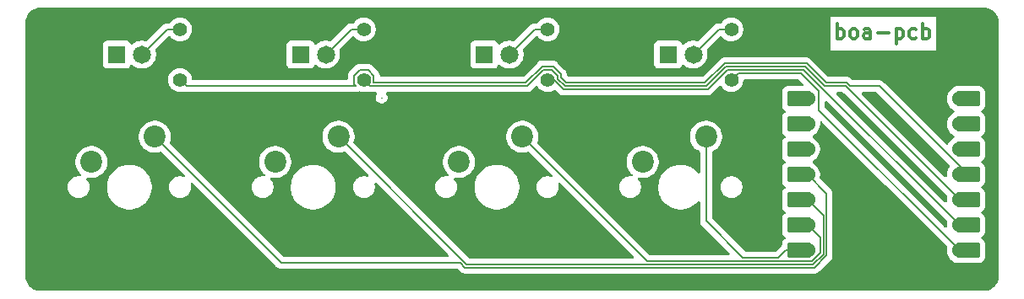
<source format=gtl>
%TF.GenerationSoftware,KiCad,Pcbnew,9.0.6*%
%TF.CreationDate,2025-11-26T17:33:24+00:00*%
%TF.ProjectId,keyfrick,6b657966-7269-4636-9b2e-6b696361645f,rev?*%
%TF.SameCoordinates,Original*%
%TF.FileFunction,Copper,L1,Top*%
%TF.FilePolarity,Positive*%
%FSLAX46Y46*%
G04 Gerber Fmt 4.6, Leading zero omitted, Abs format (unit mm)*
G04 Created by KiCad (PCBNEW 9.0.6) date 2025-11-26 17:33:24*
%MOMM*%
%LPD*%
G01*
G04 APERTURE LIST*
G04 Aperture macros list*
%AMRoundRect*
0 Rectangle with rounded corners*
0 $1 Rounding radius*
0 $2 $3 $4 $5 $6 $7 $8 $9 X,Y pos of 4 corners*
0 Add a 4 corners polygon primitive as box body*
4,1,4,$2,$3,$4,$5,$6,$7,$8,$9,$2,$3,0*
0 Add four circle primitives for the rounded corners*
1,1,$1+$1,$2,$3*
1,1,$1+$1,$4,$5*
1,1,$1+$1,$6,$7*
1,1,$1+$1,$8,$9*
0 Add four rect primitives between the rounded corners*
20,1,$1+$1,$2,$3,$4,$5,0*
20,1,$1+$1,$4,$5,$6,$7,0*
20,1,$1+$1,$6,$7,$8,$9,0*
20,1,$1+$1,$8,$9,$2,$3,0*%
G04 Aperture macros list end*
%ADD10C,0.300000*%
%TA.AperFunction,NonConductor*%
%ADD11C,0.300000*%
%TD*%
%TA.AperFunction,ComponentPad*%
%ADD12C,1.815000*%
%TD*%
%TA.AperFunction,ComponentPad*%
%ADD13R,1.815000X1.815000*%
%TD*%
%TA.AperFunction,ComponentPad*%
%ADD14C,1.400000*%
%TD*%
%TA.AperFunction,ComponentPad*%
%ADD15C,2.200000*%
%TD*%
%TA.AperFunction,SMDPad,CuDef*%
%ADD16RoundRect,0.152400X1.063600X0.609600X-1.063600X0.609600X-1.063600X-0.609600X1.063600X-0.609600X0*%
%TD*%
%TA.AperFunction,ComponentPad*%
%ADD17C,1.524000*%
%TD*%
%TA.AperFunction,SMDPad,CuDef*%
%ADD18RoundRect,0.152400X-1.063600X-0.609600X1.063600X-0.609600X1.063600X0.609600X-1.063600X0.609600X0*%
%TD*%
%TA.AperFunction,Conductor*%
%ADD19C,0.200000*%
%TD*%
G04 APERTURE END LIST*
D10*
D11*
X157272510Y-46028828D02*
X157272510Y-44528828D01*
X157272510Y-45100257D02*
X157415368Y-45028828D01*
X157415368Y-45028828D02*
X157701082Y-45028828D01*
X157701082Y-45028828D02*
X157843939Y-45100257D01*
X157843939Y-45100257D02*
X157915368Y-45171685D01*
X157915368Y-45171685D02*
X157986796Y-45314542D01*
X157986796Y-45314542D02*
X157986796Y-45743114D01*
X157986796Y-45743114D02*
X157915368Y-45885971D01*
X157915368Y-45885971D02*
X157843939Y-45957400D01*
X157843939Y-45957400D02*
X157701082Y-46028828D01*
X157701082Y-46028828D02*
X157415368Y-46028828D01*
X157415368Y-46028828D02*
X157272510Y-45957400D01*
X158843939Y-46028828D02*
X158701082Y-45957400D01*
X158701082Y-45957400D02*
X158629653Y-45885971D01*
X158629653Y-45885971D02*
X158558225Y-45743114D01*
X158558225Y-45743114D02*
X158558225Y-45314542D01*
X158558225Y-45314542D02*
X158629653Y-45171685D01*
X158629653Y-45171685D02*
X158701082Y-45100257D01*
X158701082Y-45100257D02*
X158843939Y-45028828D01*
X158843939Y-45028828D02*
X159058225Y-45028828D01*
X159058225Y-45028828D02*
X159201082Y-45100257D01*
X159201082Y-45100257D02*
X159272511Y-45171685D01*
X159272511Y-45171685D02*
X159343939Y-45314542D01*
X159343939Y-45314542D02*
X159343939Y-45743114D01*
X159343939Y-45743114D02*
X159272511Y-45885971D01*
X159272511Y-45885971D02*
X159201082Y-45957400D01*
X159201082Y-45957400D02*
X159058225Y-46028828D01*
X159058225Y-46028828D02*
X158843939Y-46028828D01*
X160629654Y-46028828D02*
X160629654Y-45243114D01*
X160629654Y-45243114D02*
X160558225Y-45100257D01*
X160558225Y-45100257D02*
X160415368Y-45028828D01*
X160415368Y-45028828D02*
X160129654Y-45028828D01*
X160129654Y-45028828D02*
X159986796Y-45100257D01*
X160629654Y-45957400D02*
X160486796Y-46028828D01*
X160486796Y-46028828D02*
X160129654Y-46028828D01*
X160129654Y-46028828D02*
X159986796Y-45957400D01*
X159986796Y-45957400D02*
X159915368Y-45814542D01*
X159915368Y-45814542D02*
X159915368Y-45671685D01*
X159915368Y-45671685D02*
X159986796Y-45528828D01*
X159986796Y-45528828D02*
X160129654Y-45457400D01*
X160129654Y-45457400D02*
X160486796Y-45457400D01*
X160486796Y-45457400D02*
X160629654Y-45385971D01*
X161343939Y-45457400D02*
X162486797Y-45457400D01*
X163201082Y-45028828D02*
X163201082Y-46528828D01*
X163201082Y-45100257D02*
X163343940Y-45028828D01*
X163343940Y-45028828D02*
X163629654Y-45028828D01*
X163629654Y-45028828D02*
X163772511Y-45100257D01*
X163772511Y-45100257D02*
X163843940Y-45171685D01*
X163843940Y-45171685D02*
X163915368Y-45314542D01*
X163915368Y-45314542D02*
X163915368Y-45743114D01*
X163915368Y-45743114D02*
X163843940Y-45885971D01*
X163843940Y-45885971D02*
X163772511Y-45957400D01*
X163772511Y-45957400D02*
X163629654Y-46028828D01*
X163629654Y-46028828D02*
X163343940Y-46028828D01*
X163343940Y-46028828D02*
X163201082Y-45957400D01*
X165201083Y-45957400D02*
X165058225Y-46028828D01*
X165058225Y-46028828D02*
X164772511Y-46028828D01*
X164772511Y-46028828D02*
X164629654Y-45957400D01*
X164629654Y-45957400D02*
X164558225Y-45885971D01*
X164558225Y-45885971D02*
X164486797Y-45743114D01*
X164486797Y-45743114D02*
X164486797Y-45314542D01*
X164486797Y-45314542D02*
X164558225Y-45171685D01*
X164558225Y-45171685D02*
X164629654Y-45100257D01*
X164629654Y-45100257D02*
X164772511Y-45028828D01*
X164772511Y-45028828D02*
X165058225Y-45028828D01*
X165058225Y-45028828D02*
X165201083Y-45100257D01*
X165843939Y-46028828D02*
X165843939Y-44528828D01*
X165843939Y-45100257D02*
X165986797Y-45028828D01*
X165986797Y-45028828D02*
X166272511Y-45028828D01*
X166272511Y-45028828D02*
X166415368Y-45100257D01*
X166415368Y-45100257D02*
X166486797Y-45171685D01*
X166486797Y-45171685D02*
X166558225Y-45314542D01*
X166558225Y-45314542D02*
X166558225Y-45743114D01*
X166558225Y-45743114D02*
X166486797Y-45885971D01*
X166486797Y-45885971D02*
X166415368Y-45957400D01*
X166415368Y-45957400D02*
X166272511Y-46028828D01*
X166272511Y-46028828D02*
X165986797Y-46028828D01*
X165986797Y-46028828D02*
X165843939Y-45957400D01*
D12*
%TO.P,D2,A*%
%TO.N,Net-(D2-PadA)*%
X106045000Y-47625000D03*
D13*
%TO.P,D2,C*%
%TO.N,GND*%
X103505000Y-47625000D03*
%TD*%
D14*
%TO.P,R4,1*%
%TO.N,Net-(D4-PadA)*%
X146685000Y-45085000D03*
%TO.P,R4,2*%
%TO.N,d4*%
X146685000Y-50165000D03*
%TD*%
D15*
%TO.P,SW4,1,1*%
%TO.N,sw4*%
X144145000Y-55880000D03*
%TO.P,SW4,2,2*%
%TO.N,GND*%
X137795000Y-58420000D03*
%TD*%
%TO.P,SW2,1,1*%
%TO.N,sw2*%
X107315000Y-55880000D03*
%TO.P,SW2,2,2*%
%TO.N,GND*%
X100965000Y-58420000D03*
%TD*%
D12*
%TO.P,D1,A*%
%TO.N,Net-(D1-PadA)*%
X87630000Y-47625000D03*
D13*
%TO.P,D1,C*%
%TO.N,GND*%
X85090000Y-47625000D03*
%TD*%
D14*
%TO.P,R2,1*%
%TO.N,Net-(D2-PadA)*%
X109855000Y-45085000D03*
%TO.P,R2,2*%
%TO.N,d2*%
X109855000Y-50165000D03*
%TD*%
%TO.P,R1,1*%
%TO.N,Net-(D1-PadA)*%
X91440000Y-45085000D03*
%TO.P,R1,2*%
%TO.N,d1*%
X91440000Y-50165000D03*
%TD*%
%TO.P,R3,1*%
%TO.N,Net-(D3-PadA)*%
X128270000Y-45085000D03*
%TO.P,R3,2*%
%TO.N,d3*%
X128270000Y-50165000D03*
%TD*%
D15*
%TO.P,SW3,1,1*%
%TO.N,sw3*%
X125730000Y-55880000D03*
%TO.P,SW3,2,2*%
%TO.N,GND*%
X119380000Y-58420000D03*
%TD*%
D12*
%TO.P,D3,A*%
%TO.N,Net-(D3-PadA)*%
X124460000Y-47625000D03*
D13*
%TO.P,D3,C*%
%TO.N,GND*%
X121920000Y-47625000D03*
%TD*%
D15*
%TO.P,SW1,1,1*%
%TO.N,sw1*%
X88900000Y-55880000D03*
%TO.P,SW1,2,2*%
%TO.N,GND*%
X82550000Y-58420000D03*
%TD*%
D12*
%TO.P,D4,A*%
%TO.N,Net-(D4-PadA)*%
X142875000Y-47625000D03*
D13*
%TO.P,D4,C*%
%TO.N,GND*%
X140335000Y-47625000D03*
%TD*%
D16*
%TO.P,U1,1,GPIO26/ADC0/A0*%
%TO.N,unconnected-(U1-GPIO26{slash}ADC0{slash}A0-Pad1)*%
X153470000Y-52070000D03*
D17*
X154305000Y-52070000D03*
D16*
%TO.P,U1,2,GPIO27/ADC1/A1*%
%TO.N,unconnected-(U1-GPIO27{slash}ADC1{slash}A1-Pad2)*%
X153470000Y-54610000D03*
D17*
X154305000Y-54610000D03*
D16*
%TO.P,U1,3,GPIO28/ADC2/A2*%
%TO.N,unconnected-(U1-GPIO28{slash}ADC2{slash}A2-Pad3)*%
X153470000Y-57150000D03*
D17*
X154305000Y-57150000D03*
D16*
%TO.P,U1,4,GPIO29/ADC3/A3*%
%TO.N,sw1*%
X153470000Y-59690000D03*
D17*
X154305000Y-59690000D03*
D16*
%TO.P,U1,5,GPIO6/SDA*%
%TO.N,sw2*%
X153470000Y-62230000D03*
D17*
X154305000Y-62230000D03*
D16*
%TO.P,U1,6,GPIO7/SCL*%
%TO.N,sw3*%
X153470000Y-64770000D03*
D17*
X154305000Y-64770000D03*
D16*
%TO.P,U1,7,GPIO0/TX*%
%TO.N,sw4*%
X153470000Y-67310000D03*
D17*
X154305000Y-67310000D03*
%TO.P,U1,8,GPIO1/RX*%
%TO.N,d4*%
X169545000Y-67310000D03*
D18*
X170380000Y-67310000D03*
D17*
%TO.P,U1,9,GPIO2/SCK*%
%TO.N,d3*%
X169545000Y-64770000D03*
D18*
X170380000Y-64770000D03*
D17*
%TO.P,U1,10,GPIO4/MISO*%
%TO.N,d2*%
X169545000Y-62230000D03*
D18*
X170380000Y-62230000D03*
D17*
%TO.P,U1,11,GPIO3/MOSI*%
%TO.N,d1*%
X169545000Y-59690000D03*
D18*
X170380000Y-59690000D03*
D17*
%TO.P,U1,12,3V3*%
%TO.N,unconnected-(U1-3V3-Pad12)*%
X169545000Y-57150000D03*
D18*
X170380000Y-57150000D03*
D17*
%TO.P,U1,13,GND*%
%TO.N,GND*%
X169545000Y-54610000D03*
D18*
X170380000Y-54610000D03*
D17*
%TO.P,U1,14,VBUS*%
%TO.N,unconnected-(U1-VBUS-Pad14)*%
X169545000Y-52070000D03*
D18*
X170380000Y-52070000D03*
%TD*%
D19*
%TO.N,GND*%
X100976700Y-58408300D02*
X100965000Y-58420000D01*
X169695500Y-54610000D02*
X169736800Y-54610000D01*
X169545000Y-54610000D02*
X169695500Y-54610000D01*
X169736800Y-54610000D02*
X170380000Y-54610000D01*
X100893700Y-58348700D02*
X100965000Y-58420000D01*
X137783300Y-58408300D02*
X137795000Y-58420000D01*
X119380000Y-58420000D02*
X119368300Y-58408300D01*
X82550000Y-58420000D02*
X82621300Y-58348700D01*
%TO.N,Net-(D1-PadA)*%
X87630000Y-47625000D02*
X90170000Y-45085000D01*
X90170000Y-45085000D02*
X91440000Y-45085000D01*
%TO.N,Net-(D2-PadA)*%
X108585000Y-45085000D02*
X109855000Y-45085000D01*
X106045000Y-47625000D02*
X108585000Y-45085000D01*
%TO.N,Net-(D3-PadA)*%
X127000000Y-45085000D02*
X128270000Y-45085000D01*
X124460000Y-47625000D02*
X127000000Y-45085000D01*
%TO.N,Net-(D4-PadA)*%
X145415000Y-45085000D02*
X146685000Y-45085000D01*
X142875000Y-47625000D02*
X145415000Y-45085000D01*
%TO.N,d1*%
X130139724Y-50472000D02*
X144034648Y-50472000D01*
X108854000Y-49750372D02*
X109440372Y-49164000D01*
X126083510Y-50472000D02*
X127719510Y-48836000D01*
X92075000Y-50800000D02*
X109074372Y-50800000D01*
X128820490Y-48836000D02*
X129599000Y-49614510D01*
X129599000Y-49931276D02*
X130139724Y-50472000D01*
X110269628Y-49164000D02*
X110856000Y-49750372D01*
X129599000Y-49614510D02*
X129599000Y-49931276D01*
X156174724Y-50472000D02*
X158250862Y-50472000D01*
X108854000Y-50579628D02*
X108854000Y-49750372D01*
X154210724Y-48508000D02*
X156174724Y-50472000D01*
X170380000Y-59690000D02*
X169545000Y-59690000D01*
X161490000Y-50800000D02*
X170380000Y-59690000D01*
X144034648Y-50472000D02*
X145998648Y-48508000D01*
X110856000Y-50472000D02*
X126083510Y-50472000D01*
X110856000Y-49750372D02*
X110856000Y-50472000D01*
X127719510Y-48836000D02*
X128820490Y-48836000D01*
X158250862Y-50472000D02*
X158578862Y-50800000D01*
X158578862Y-50800000D02*
X161490000Y-50800000D01*
X145998648Y-48508000D02*
X154210724Y-48508000D01*
X109074372Y-50800000D02*
X108854000Y-50579628D01*
X109440372Y-49164000D02*
X110269628Y-49164000D01*
X91440000Y-50165000D02*
X92075000Y-50800000D01*
%TO.N,d2*%
X158115000Y-50800000D02*
X169545000Y-62230000D01*
X154074862Y-48836000D02*
X156038862Y-50800000D01*
X144170510Y-50800000D02*
X146134510Y-48836000D01*
X110490000Y-50800000D02*
X126219372Y-50800000D01*
X128684628Y-49164000D02*
X129271000Y-49750372D01*
X156038862Y-50800000D02*
X158115000Y-50800000D01*
X170380000Y-62230000D02*
X169545000Y-62230000D01*
X130003862Y-50800000D02*
X144170510Y-50800000D01*
X129271000Y-50067138D02*
X130003862Y-50800000D01*
X129271000Y-49750372D02*
X129271000Y-50067138D01*
X126219372Y-50800000D02*
X127855372Y-49164000D01*
X127855372Y-49164000D02*
X128684628Y-49164000D01*
X146134510Y-48836000D02*
X154074862Y-48836000D01*
X111637500Y-51947600D02*
X111637500Y-51947500D01*
X109855000Y-50165000D02*
X110490000Y-50800000D01*
%TO.N,d3*%
X144306372Y-51128000D02*
X146270372Y-49164000D01*
X128905000Y-50165000D02*
X129868000Y-51128000D01*
X170380000Y-64770000D02*
X169545000Y-64770000D01*
X128270000Y-50165000D02*
X128905000Y-50165000D01*
X153939000Y-49164000D02*
X169545000Y-64770000D01*
X146270372Y-49164000D02*
X153939000Y-49164000D01*
X129868000Y-51128000D02*
X144306372Y-51128000D01*
%TO.N,d4*%
X155448000Y-51308000D02*
X155448000Y-53213000D01*
X147358000Y-49492000D02*
X153632000Y-49492000D01*
X170380000Y-67310000D02*
X169545000Y-67310000D01*
X153632000Y-49492000D02*
X155448000Y-51308000D01*
X146685000Y-50165000D02*
X147358000Y-49492000D01*
X155448000Y-53213000D02*
X169545000Y-67310000D01*
%TO.N,sw1*%
X153479500Y-59690000D02*
X153470000Y-59690000D01*
X154305000Y-59690000D02*
X153724500Y-59690000D01*
X101600000Y-68580000D02*
X119551138Y-68580000D01*
X153724500Y-59690000D02*
X153683200Y-59690000D01*
X156231000Y-61616000D02*
X154305000Y-59690000D01*
X155017034Y-69029000D02*
X156231000Y-67815034D01*
X153683200Y-59690000D02*
X153479500Y-59690000D01*
X88900000Y-55880000D02*
X101600000Y-68580000D01*
X120000138Y-69029000D02*
X155017034Y-69029000D01*
X119551138Y-68580000D02*
X120000138Y-69029000D01*
X156231000Y-67815034D02*
X156231000Y-61616000D01*
%TO.N,sw2*%
X107315000Y-55880000D02*
X120136000Y-68701000D01*
X120136000Y-68701000D02*
X154881172Y-68701000D01*
X154881172Y-68701000D02*
X155903000Y-67679172D01*
X155903000Y-67679172D02*
X155903000Y-63828000D01*
X154305000Y-62230000D02*
X153470000Y-62230000D01*
X155903000Y-63828000D02*
X154305000Y-62230000D01*
%TO.N,sw3*%
X138223000Y-68373000D02*
X154745310Y-68373000D01*
X155575000Y-67543310D02*
X155575000Y-66040000D01*
X154305000Y-64770000D02*
X153470000Y-64770000D01*
X155575000Y-66040000D02*
X154305000Y-64770000D01*
X125730000Y-55880000D02*
X138223000Y-68373000D01*
X154745310Y-68373000D02*
X155575000Y-67543310D01*
%TO.N,sw4*%
X153227370Y-67310000D02*
X154305000Y-67310000D01*
X152119000Y-67310000D02*
X153470000Y-67310000D01*
X154305000Y-67310000D02*
X153470000Y-67310000D01*
X147828000Y-68045000D02*
X151384000Y-68045000D01*
X151384000Y-68045000D02*
X152119000Y-67310000D01*
X144145000Y-64362000D02*
X147828000Y-68045000D01*
X144145000Y-55880000D02*
X144145000Y-64362000D01*
%TO.N,unconnected-(U1-GPIO28{slash}ADC2{slash}A2-Pad3)*%
X153470000Y-57150000D02*
X154305000Y-57150000D01*
%TO.N,unconnected-(U1-VBUS-Pad14)*%
X169545000Y-52070000D02*
X170380000Y-52070000D01*
%TO.N,unconnected-(U1-GPIO26{slash}ADC0{slash}A0-Pad1)*%
X154305000Y-52070000D02*
X153470000Y-52070000D01*
%TO.N,unconnected-(U1-3V3-Pad12)*%
X170380000Y-57150000D02*
X169545000Y-57150000D01*
%TO.N,unconnected-(U1-GPIO27{slash}ADC1{slash}A1-Pad2)*%
X153470000Y-54610000D02*
X154305000Y-54610000D01*
%TD*%
%TA.AperFunction,NonConductor*%
G36*
X171994418Y-42918816D02*
G01*
X172194561Y-42933130D01*
X172212063Y-42935647D01*
X172403797Y-42977355D01*
X172420755Y-42982334D01*
X172604609Y-43050909D01*
X172620701Y-43058259D01*
X172792904Y-43152288D01*
X172807784Y-43161849D01*
X172964867Y-43279441D01*
X172978237Y-43291027D01*
X173116972Y-43429762D01*
X173128558Y-43443132D01*
X173246146Y-43600210D01*
X173255711Y-43615095D01*
X173349740Y-43787298D01*
X173357090Y-43803390D01*
X173425662Y-43987236D01*
X173430646Y-44004212D01*
X173472351Y-44195931D01*
X173474869Y-44213442D01*
X173489184Y-44413580D01*
X173489500Y-44422427D01*
X173489500Y-69877572D01*
X173489184Y-69886419D01*
X173474869Y-70086557D01*
X173472351Y-70104068D01*
X173430646Y-70295787D01*
X173425662Y-70312763D01*
X173357090Y-70496609D01*
X173349740Y-70512701D01*
X173255711Y-70684904D01*
X173246146Y-70699789D01*
X173128558Y-70856867D01*
X173116972Y-70870237D01*
X172978237Y-71008972D01*
X172964867Y-71020558D01*
X172807789Y-71138146D01*
X172792904Y-71147711D01*
X172620701Y-71241740D01*
X172604609Y-71249090D01*
X172420763Y-71317662D01*
X172403787Y-71322646D01*
X172212068Y-71364351D01*
X172194557Y-71366869D01*
X172013779Y-71379799D01*
X171994417Y-71381184D01*
X171985572Y-71381500D01*
X77442428Y-71381500D01*
X77433582Y-71381184D01*
X77411622Y-71379613D01*
X77233442Y-71366869D01*
X77215931Y-71364351D01*
X77024212Y-71322646D01*
X77007236Y-71317662D01*
X76823390Y-71249090D01*
X76807298Y-71241740D01*
X76635095Y-71147711D01*
X76620210Y-71138146D01*
X76463132Y-71020558D01*
X76449762Y-71008972D01*
X76311027Y-70870237D01*
X76299441Y-70856867D01*
X76181849Y-70699784D01*
X76172288Y-70684904D01*
X76078259Y-70512701D01*
X76070909Y-70496609D01*
X76010091Y-70333551D01*
X76002334Y-70312755D01*
X75997355Y-70295797D01*
X75955647Y-70104063D01*
X75953130Y-70086556D01*
X75938816Y-69886418D01*
X75938500Y-69877572D01*
X75938500Y-60873389D01*
X80179500Y-60873389D01*
X80179500Y-61046610D01*
X80206495Y-61217056D01*
X80206598Y-61217701D01*
X80260127Y-61382445D01*
X80338768Y-61536788D01*
X80440586Y-61676928D01*
X80563072Y-61799414D01*
X80703212Y-61901232D01*
X80857555Y-61979873D01*
X81022299Y-62033402D01*
X81193389Y-62060500D01*
X81193390Y-62060500D01*
X81366610Y-62060500D01*
X81366611Y-62060500D01*
X81537701Y-62033402D01*
X81702445Y-61979873D01*
X81856788Y-61901232D01*
X81996928Y-61799414D01*
X82119414Y-61676928D01*
X82221232Y-61536788D01*
X82299873Y-61382445D01*
X82353402Y-61217701D01*
X82380500Y-61046611D01*
X82380500Y-60873389D01*
X82370854Y-60812486D01*
X84109500Y-60812486D01*
X84109500Y-61107513D01*
X84134264Y-61295607D01*
X84148007Y-61399993D01*
X84222212Y-61676930D01*
X84224361Y-61684951D01*
X84224364Y-61684961D01*
X84337254Y-61957500D01*
X84337258Y-61957510D01*
X84484761Y-62212993D01*
X84664352Y-62447040D01*
X84664358Y-62447047D01*
X84872952Y-62655641D01*
X84872959Y-62655647D01*
X85107006Y-62835238D01*
X85362489Y-62982741D01*
X85362490Y-62982741D01*
X85362493Y-62982743D01*
X85635048Y-63095639D01*
X85920007Y-63171993D01*
X86212494Y-63210500D01*
X86212501Y-63210500D01*
X86507499Y-63210500D01*
X86507506Y-63210500D01*
X86799993Y-63171993D01*
X87084952Y-63095639D01*
X87357507Y-62982743D01*
X87612994Y-62835238D01*
X87847042Y-62655646D01*
X88055646Y-62447042D01*
X88235238Y-62212994D01*
X88382743Y-61957507D01*
X88495639Y-61684952D01*
X88571993Y-61399993D01*
X88610500Y-61107506D01*
X88610500Y-60812494D01*
X88571993Y-60520007D01*
X88495639Y-60235048D01*
X88382743Y-59962493D01*
X88362763Y-59927887D01*
X88235238Y-59707006D01*
X88055647Y-59472959D01*
X88055641Y-59472952D01*
X87847047Y-59264358D01*
X87847040Y-59264352D01*
X87612993Y-59084761D01*
X87357510Y-58937258D01*
X87357500Y-58937254D01*
X87084961Y-58824364D01*
X87084954Y-58824362D01*
X87084952Y-58824361D01*
X86799993Y-58748007D01*
X86751113Y-58741571D01*
X86507513Y-58709500D01*
X86507506Y-58709500D01*
X86212494Y-58709500D01*
X86212486Y-58709500D01*
X85934085Y-58746153D01*
X85920007Y-58748007D01*
X85797509Y-58780830D01*
X85635048Y-58824361D01*
X85635038Y-58824364D01*
X85362499Y-58937254D01*
X85362489Y-58937258D01*
X85107006Y-59084761D01*
X84872959Y-59264352D01*
X84872952Y-59264358D01*
X84664358Y-59472952D01*
X84664352Y-59472959D01*
X84484761Y-59707006D01*
X84337258Y-59962489D01*
X84337254Y-59962499D01*
X84224364Y-60235038D01*
X84224361Y-60235048D01*
X84153303Y-60500244D01*
X84148008Y-60520004D01*
X84148006Y-60520015D01*
X84109500Y-60812486D01*
X82370854Y-60812486D01*
X82353402Y-60702299D01*
X82299873Y-60537555D01*
X82221232Y-60383212D01*
X82119414Y-60243072D01*
X82067482Y-60191140D01*
X82033997Y-60129817D01*
X82038981Y-60060125D01*
X82080853Y-60004192D01*
X82146317Y-59979775D01*
X82174561Y-59980986D01*
X82175212Y-59981089D01*
X82175215Y-59981090D01*
X82424038Y-60020500D01*
X82424039Y-60020500D01*
X82675961Y-60020500D01*
X82675962Y-60020500D01*
X82924785Y-59981090D01*
X83164379Y-59903241D01*
X83388845Y-59788870D01*
X83592656Y-59640793D01*
X83770793Y-59462656D01*
X83918870Y-59258845D01*
X84033241Y-59034379D01*
X84111090Y-58794785D01*
X84150500Y-58545962D01*
X84150500Y-58294038D01*
X84111090Y-58045215D01*
X84033241Y-57805621D01*
X84033239Y-57805618D01*
X84033239Y-57805616D01*
X83991747Y-57724184D01*
X83918870Y-57581155D01*
X83845740Y-57480500D01*
X83770798Y-57377350D01*
X83770794Y-57377345D01*
X83592654Y-57199205D01*
X83592649Y-57199201D01*
X83388848Y-57051132D01*
X83388847Y-57051131D01*
X83388845Y-57051130D01*
X83318747Y-57015413D01*
X83164383Y-56936760D01*
X82924785Y-56858910D01*
X82896070Y-56854362D01*
X82675962Y-56819500D01*
X82424038Y-56819500D01*
X82299626Y-56839205D01*
X82175214Y-56858910D01*
X81935616Y-56936760D01*
X81711151Y-57051132D01*
X81507350Y-57199201D01*
X81507345Y-57199205D01*
X81329205Y-57377345D01*
X81329201Y-57377350D01*
X81181132Y-57581151D01*
X81066760Y-57805616D01*
X80988910Y-58045214D01*
X80970263Y-58162947D01*
X80949500Y-58294038D01*
X80949500Y-58545962D01*
X80970262Y-58677047D01*
X80988910Y-58794785D01*
X81066760Y-59034383D01*
X81181132Y-59258848D01*
X81329201Y-59462649D01*
X81329205Y-59462654D01*
X81329207Y-59462656D01*
X81507344Y-59640793D01*
X81507345Y-59640794D01*
X81507344Y-59640794D01*
X81513661Y-59645383D01*
X81556327Y-59700714D01*
X81562305Y-59770327D01*
X81529699Y-59832122D01*
X81468860Y-59866479D01*
X81421378Y-59868174D01*
X81366611Y-59859500D01*
X81193389Y-59859500D01*
X81153728Y-59865781D01*
X81022302Y-59886597D01*
X80857552Y-59940128D01*
X80703211Y-60018768D01*
X80646289Y-60060125D01*
X80563072Y-60120586D01*
X80563070Y-60120588D01*
X80563069Y-60120588D01*
X80440588Y-60243069D01*
X80440588Y-60243070D01*
X80440586Y-60243072D01*
X80396859Y-60303256D01*
X80338768Y-60383211D01*
X80260128Y-60537552D01*
X80206597Y-60702302D01*
X80179500Y-60873389D01*
X75938500Y-60873389D01*
X75938500Y-55754038D01*
X87299500Y-55754038D01*
X87299500Y-56005962D01*
X87320262Y-56137047D01*
X87338910Y-56254785D01*
X87416760Y-56494383D01*
X87483913Y-56626177D01*
X87506868Y-56671229D01*
X87531132Y-56718848D01*
X87679201Y-56922649D01*
X87679205Y-56922654D01*
X87857345Y-57100794D01*
X87857350Y-57100798D01*
X88035117Y-57229952D01*
X88061155Y-57248870D01*
X88204184Y-57321747D01*
X88285616Y-57363239D01*
X88285618Y-57363239D01*
X88285621Y-57363241D01*
X88525215Y-57441090D01*
X88774038Y-57480500D01*
X88774039Y-57480500D01*
X89025961Y-57480500D01*
X89025962Y-57480500D01*
X89274785Y-57441090D01*
X89456928Y-57381907D01*
X89526764Y-57379912D01*
X89582923Y-57412158D01*
X91865252Y-59694487D01*
X91898737Y-59755810D01*
X91893753Y-59825502D01*
X91851881Y-59881435D01*
X91786417Y-59905852D01*
X91739254Y-59900099D01*
X91697702Y-59886598D01*
X91697698Y-59886597D01*
X91566271Y-59865781D01*
X91526611Y-59859500D01*
X91353389Y-59859500D01*
X91313728Y-59865781D01*
X91182302Y-59886597D01*
X91017552Y-59940128D01*
X90863211Y-60018768D01*
X90806289Y-60060125D01*
X90723072Y-60120586D01*
X90723070Y-60120588D01*
X90723069Y-60120588D01*
X90600588Y-60243069D01*
X90600588Y-60243070D01*
X90600586Y-60243072D01*
X90556859Y-60303256D01*
X90498768Y-60383211D01*
X90420128Y-60537552D01*
X90366597Y-60702302D01*
X90339500Y-60873389D01*
X90339500Y-61046610D01*
X90366495Y-61217056D01*
X90366598Y-61217701D01*
X90420127Y-61382445D01*
X90498768Y-61536788D01*
X90600586Y-61676928D01*
X90723072Y-61799414D01*
X90863212Y-61901232D01*
X91017555Y-61979873D01*
X91182299Y-62033402D01*
X91353389Y-62060500D01*
X91353390Y-62060500D01*
X91526610Y-62060500D01*
X91526611Y-62060500D01*
X91697701Y-62033402D01*
X91862445Y-61979873D01*
X92016788Y-61901232D01*
X92156928Y-61799414D01*
X92279414Y-61676928D01*
X92381232Y-61536788D01*
X92459873Y-61382445D01*
X92513402Y-61217701D01*
X92540500Y-61046611D01*
X92540500Y-60873389D01*
X92513402Y-60702299D01*
X92499899Y-60660744D01*
X92497905Y-60590906D01*
X92533985Y-60531073D01*
X92596686Y-60500244D01*
X92666100Y-60508208D01*
X92705512Y-60534747D01*
X101115139Y-68944374D01*
X101115149Y-68944385D01*
X101119479Y-68948715D01*
X101119480Y-68948716D01*
X101231284Y-69060520D01*
X101313621Y-69108057D01*
X101368215Y-69139577D01*
X101520942Y-69180500D01*
X101520943Y-69180500D01*
X119251041Y-69180500D01*
X119280481Y-69189144D01*
X119310468Y-69195668D01*
X119315483Y-69199422D01*
X119318080Y-69200185D01*
X119338722Y-69216819D01*
X119515277Y-69393374D01*
X119515287Y-69393385D01*
X119519617Y-69397715D01*
X119519618Y-69397716D01*
X119631422Y-69509520D01*
X119718233Y-69559639D01*
X119718235Y-69559641D01*
X119756289Y-69581611D01*
X119768353Y-69588577D01*
X119921081Y-69629501D01*
X119921084Y-69629501D01*
X120086791Y-69629501D01*
X120086807Y-69629500D01*
X154930365Y-69629500D01*
X154930381Y-69629501D01*
X154937977Y-69629501D01*
X155096088Y-69629501D01*
X155096091Y-69629501D01*
X155248819Y-69588577D01*
X155298938Y-69559639D01*
X155385750Y-69509520D01*
X155497554Y-69397716D01*
X155497554Y-69397714D01*
X155507762Y-69387507D01*
X155507764Y-69387504D01*
X156599713Y-68295555D01*
X156599716Y-68295554D01*
X156711520Y-68183750D01*
X156761639Y-68096938D01*
X156790577Y-68046819D01*
X156831500Y-67894091D01*
X156831500Y-67735977D01*
X156831500Y-61536943D01*
X156831459Y-61536788D01*
X156790577Y-61384215D01*
X156733295Y-61285000D01*
X156711520Y-61247284D01*
X156599716Y-61135480D01*
X156599713Y-61135478D01*
X155568762Y-60104527D01*
X155535277Y-60043204D01*
X155535843Y-59990478D01*
X155535651Y-59990448D01*
X155535857Y-59989143D01*
X155535871Y-59987891D01*
X155536409Y-59985646D01*
X155536413Y-59985636D01*
X155567500Y-59789361D01*
X155567500Y-59590639D01*
X155536413Y-59394364D01*
X155475005Y-59205368D01*
X155475005Y-59205367D01*
X155384786Y-59028305D01*
X155267981Y-58867536D01*
X155127464Y-58727019D01*
X155047938Y-58669240D01*
X155041175Y-58663960D01*
X155037000Y-58660461D01*
X154936947Y-58560408D01*
X154871259Y-58521560D01*
X154863477Y-58515038D01*
X154849510Y-58494073D01*
X154832321Y-58475663D01*
X154830471Y-58465492D01*
X154824740Y-58456890D01*
X154824324Y-58431702D01*
X154819817Y-58406921D01*
X154823758Y-58397366D01*
X154823588Y-58387030D01*
X154836856Y-58365616D01*
X154846462Y-58342332D01*
X154856874Y-58333309D01*
X154860389Y-58327638D01*
X154867127Y-58324425D01*
X154880004Y-58313268D01*
X154912520Y-58294038D01*
X154936947Y-58279592D01*
X155033148Y-58183389D01*
X155047939Y-58170758D01*
X155127464Y-58112981D01*
X155267981Y-57972464D01*
X155384787Y-57811694D01*
X155475005Y-57634632D01*
X155536413Y-57445636D01*
X155567500Y-57249361D01*
X155567500Y-57050639D01*
X155536413Y-56854364D01*
X155492381Y-56718845D01*
X155475006Y-56665370D01*
X155475005Y-56665367D01*
X155394506Y-56507381D01*
X155384787Y-56488306D01*
X155267981Y-56327536D01*
X155127464Y-56187019D01*
X155047937Y-56129239D01*
X155041175Y-56123960D01*
X155037000Y-56120461D01*
X154936947Y-56020408D01*
X154871259Y-55981560D01*
X154863477Y-55975038D01*
X154849510Y-55954073D01*
X154832321Y-55935663D01*
X154830471Y-55925492D01*
X154824740Y-55916890D01*
X154824324Y-55891702D01*
X154819817Y-55866921D01*
X154823758Y-55857366D01*
X154823588Y-55847030D01*
X154836856Y-55825616D01*
X154846462Y-55802332D01*
X154856874Y-55793309D01*
X154860389Y-55787638D01*
X154867127Y-55784425D01*
X154880004Y-55773268D01*
X154912520Y-55754038D01*
X154936947Y-55739592D01*
X155033148Y-55643389D01*
X155047939Y-55630758D01*
X155127464Y-55572981D01*
X155267981Y-55432464D01*
X155384787Y-55271694D01*
X155475005Y-55094632D01*
X155536413Y-54905636D01*
X155567500Y-54709361D01*
X155567500Y-54510639D01*
X155565303Y-54496770D01*
X155574257Y-54427480D01*
X155619252Y-54374027D01*
X155686003Y-54353386D01*
X155753317Y-54372110D01*
X155775456Y-54389691D01*
X162046511Y-60660747D01*
X168281237Y-66895473D01*
X168314722Y-66956796D01*
X168314160Y-67009523D01*
X168314349Y-67009553D01*
X168314146Y-67010832D01*
X168314133Y-67012088D01*
X168313587Y-67014361D01*
X168313587Y-67014364D01*
X168282500Y-67210639D01*
X168282500Y-67409361D01*
X168298043Y-67507498D01*
X168313587Y-67605637D01*
X168374993Y-67794629D01*
X168374994Y-67794632D01*
X168450685Y-67943181D01*
X168465213Y-67971694D01*
X168582019Y-68132464D01*
X168582021Y-68132466D01*
X168722539Y-68272984D01*
X168802060Y-68330758D01*
X168816851Y-68343390D01*
X168913053Y-68439592D01*
X169055041Y-68523564D01*
X169096816Y-68535701D01*
X169213447Y-68569586D01*
X169213450Y-68569586D01*
X169213452Y-68569587D01*
X169250466Y-68572500D01*
X169250474Y-68572500D01*
X171509526Y-68572500D01*
X171509534Y-68572500D01*
X171546548Y-68569587D01*
X171546550Y-68569586D01*
X171546552Y-68569586D01*
X171588323Y-68557449D01*
X171704959Y-68523564D01*
X171846947Y-68439592D01*
X171963592Y-68322947D01*
X172047564Y-68180959D01*
X172093587Y-68022548D01*
X172096500Y-67985534D01*
X172096500Y-66634466D01*
X172093587Y-66597452D01*
X172047564Y-66439041D01*
X171963592Y-66297053D01*
X171963590Y-66297051D01*
X171963587Y-66297047D01*
X171846952Y-66180412D01*
X171846944Y-66180406D01*
X171790004Y-66146732D01*
X171742321Y-66095663D01*
X171729817Y-66026921D01*
X171756462Y-65962332D01*
X171790004Y-65933268D01*
X171846947Y-65899592D01*
X171963592Y-65782947D01*
X172047564Y-65640959D01*
X172093587Y-65482548D01*
X172096500Y-65445534D01*
X172096500Y-64094466D01*
X172093587Y-64057452D01*
X172047564Y-63899041D01*
X171963592Y-63757053D01*
X171963590Y-63757051D01*
X171963587Y-63757047D01*
X171846952Y-63640412D01*
X171846944Y-63640406D01*
X171790004Y-63606732D01*
X171742321Y-63555663D01*
X171729817Y-63486921D01*
X171756462Y-63422332D01*
X171790004Y-63393268D01*
X171846947Y-63359592D01*
X171963592Y-63242947D01*
X172047564Y-63100959D01*
X172093587Y-62942548D01*
X172096500Y-62905534D01*
X172096500Y-61554466D01*
X172093587Y-61517452D01*
X172047564Y-61359041D01*
X171963592Y-61217053D01*
X171963590Y-61217051D01*
X171963587Y-61217047D01*
X171846952Y-61100412D01*
X171846944Y-61100406D01*
X171790004Y-61066732D01*
X171742321Y-61015663D01*
X171729817Y-60946921D01*
X171756462Y-60882332D01*
X171790004Y-60853268D01*
X171846947Y-60819592D01*
X171963592Y-60702947D01*
X172047564Y-60560959D01*
X172093587Y-60402548D01*
X172096500Y-60365534D01*
X172096500Y-59014466D01*
X172093587Y-58977452D01*
X172081909Y-58937258D01*
X172049110Y-58824364D01*
X172047564Y-58819041D01*
X171963592Y-58677053D01*
X171963590Y-58677051D01*
X171963587Y-58677047D01*
X171846952Y-58560412D01*
X171846944Y-58560406D01*
X171790004Y-58526732D01*
X171742321Y-58475663D01*
X171729817Y-58406921D01*
X171756462Y-58342332D01*
X171790004Y-58313268D01*
X171846947Y-58279592D01*
X171963592Y-58162947D01*
X172047564Y-58020959D01*
X172093587Y-57862548D01*
X172096500Y-57825534D01*
X172096500Y-56474466D01*
X172093587Y-56437452D01*
X172093433Y-56436923D01*
X172047565Y-56279045D01*
X172047564Y-56279042D01*
X172047564Y-56279041D01*
X171963592Y-56137053D01*
X171963590Y-56137051D01*
X171963587Y-56137047D01*
X171846952Y-56020412D01*
X171846944Y-56020406D01*
X171790004Y-55986732D01*
X171742321Y-55935663D01*
X171729817Y-55866921D01*
X171756462Y-55802332D01*
X171790004Y-55773268D01*
X171846947Y-55739592D01*
X171963592Y-55622947D01*
X172047564Y-55480959D01*
X172093587Y-55322548D01*
X172096500Y-55285534D01*
X172096500Y-53934466D01*
X172093587Y-53897452D01*
X172047564Y-53739041D01*
X171963592Y-53597053D01*
X171963590Y-53597051D01*
X171963587Y-53597047D01*
X171846952Y-53480412D01*
X171846944Y-53480406D01*
X171817389Y-53462927D01*
X171790003Y-53446731D01*
X171742321Y-53395663D01*
X171729817Y-53326921D01*
X171756462Y-53262332D01*
X171790004Y-53233268D01*
X171846947Y-53199592D01*
X171963592Y-53082947D01*
X172047564Y-52940959D01*
X172093587Y-52782548D01*
X172096500Y-52745534D01*
X172096500Y-51394466D01*
X172093587Y-51357452D01*
X172087346Y-51335971D01*
X172047565Y-51199045D01*
X172047564Y-51199042D01*
X172047564Y-51199041D01*
X171963592Y-51057053D01*
X171963590Y-51057051D01*
X171963587Y-51057047D01*
X171846952Y-50940412D01*
X171846943Y-50940405D01*
X171704957Y-50856435D01*
X171704954Y-50856434D01*
X171546552Y-50810413D01*
X171546546Y-50810412D01*
X171509541Y-50807500D01*
X171509534Y-50807500D01*
X169250466Y-50807500D01*
X169250458Y-50807500D01*
X169213453Y-50810412D01*
X169213447Y-50810413D01*
X169055045Y-50856434D01*
X169055042Y-50856435D01*
X168913056Y-50940405D01*
X168913046Y-50940413D01*
X168816854Y-51036604D01*
X168802061Y-51049239D01*
X168722536Y-51107018D01*
X168582021Y-51247533D01*
X168465213Y-51408305D01*
X168374994Y-51585367D01*
X168374993Y-51585370D01*
X168313587Y-51774362D01*
X168313587Y-51774364D01*
X168282500Y-51970639D01*
X168282500Y-52169361D01*
X168298043Y-52267498D01*
X168313587Y-52365637D01*
X168374993Y-52554629D01*
X168374994Y-52554632D01*
X168465213Y-52731694D01*
X168582019Y-52892464D01*
X168582021Y-52892466D01*
X168722539Y-53032984D01*
X168802060Y-53090758D01*
X168808824Y-53096039D01*
X168812998Y-53099537D01*
X168913053Y-53199592D01*
X168978737Y-53238437D01*
X168986522Y-53244962D01*
X169000488Y-53265926D01*
X169017679Y-53284338D01*
X169019528Y-53294506D01*
X169025260Y-53303110D01*
X169025674Y-53328297D01*
X169030182Y-53353079D01*
X169026239Y-53362634D01*
X169026410Y-53372970D01*
X169013143Y-53394381D01*
X169003536Y-53417669D01*
X168993122Y-53426692D01*
X168989609Y-53432363D01*
X168982871Y-53435575D01*
X168969996Y-53446731D01*
X168913056Y-53480406D01*
X168913053Y-53480408D01*
X168913046Y-53480413D01*
X168816854Y-53576604D01*
X168802061Y-53589239D01*
X168722536Y-53647018D01*
X168582021Y-53787533D01*
X168465213Y-53948305D01*
X168374994Y-54125367D01*
X168374993Y-54125370D01*
X168313587Y-54314362D01*
X168282500Y-54510639D01*
X168282500Y-54709360D01*
X168313587Y-54905637D01*
X168374993Y-55094629D01*
X168374994Y-55094632D01*
X168462116Y-55265616D01*
X168465213Y-55271694D01*
X168582019Y-55432464D01*
X168582021Y-55432466D01*
X168722539Y-55572984D01*
X168802060Y-55630758D01*
X168808824Y-55636039D01*
X168812998Y-55639537D01*
X168913053Y-55739592D01*
X168978737Y-55778437D01*
X168986522Y-55784962D01*
X169000488Y-55805926D01*
X169017679Y-55824338D01*
X169019528Y-55834506D01*
X169025260Y-55843110D01*
X169025674Y-55868297D01*
X169030182Y-55893079D01*
X169026239Y-55902634D01*
X169026410Y-55912970D01*
X169013143Y-55934381D01*
X169003536Y-55957669D01*
X168993122Y-55966692D01*
X168989609Y-55972363D01*
X168982871Y-55975575D01*
X168969996Y-55986731D01*
X168937480Y-56005962D01*
X168913053Y-56020408D01*
X168913046Y-56020413D01*
X168816854Y-56116604D01*
X168802061Y-56129239D01*
X168722536Y-56187018D01*
X168582021Y-56327533D01*
X168465211Y-56488308D01*
X168394962Y-56626177D01*
X168346987Y-56676972D01*
X168279166Y-56693767D01*
X168213031Y-56671229D01*
X168196797Y-56657562D01*
X161977590Y-50438355D01*
X161977588Y-50438352D01*
X161858717Y-50319481D01*
X161858709Y-50319475D01*
X161754795Y-50259481D01*
X161754794Y-50259480D01*
X161754794Y-50259481D01*
X161721785Y-50240423D01*
X161569057Y-50199499D01*
X161410943Y-50199499D01*
X161403347Y-50199499D01*
X161403331Y-50199500D01*
X158878959Y-50199500D01*
X158849518Y-50190855D01*
X158819532Y-50184332D01*
X158814516Y-50180577D01*
X158811920Y-50179815D01*
X158791278Y-50163181D01*
X158738452Y-50110355D01*
X158738450Y-50110352D01*
X158619579Y-49991481D01*
X158619571Y-49991475D01*
X158490433Y-49916918D01*
X158490429Y-49916916D01*
X158482647Y-49912423D01*
X158329919Y-49871499D01*
X158171805Y-49871499D01*
X158164209Y-49871499D01*
X158164193Y-49871500D01*
X156474821Y-49871500D01*
X156407782Y-49851815D01*
X156387140Y-49835181D01*
X154698314Y-48146355D01*
X154698312Y-48146352D01*
X154579441Y-48027481D01*
X154579440Y-48027480D01*
X154492628Y-47977360D01*
X154492628Y-47977359D01*
X154492624Y-47977358D01*
X154442509Y-47948423D01*
X154289781Y-47907499D01*
X154131667Y-47907499D01*
X154124071Y-47907499D01*
X154124055Y-47907500D01*
X145919588Y-47907500D01*
X145878667Y-47918464D01*
X145878667Y-47918465D01*
X145841399Y-47928451D01*
X145766862Y-47948423D01*
X145766857Y-47948426D01*
X145629938Y-48027475D01*
X145629930Y-48027481D01*
X145518128Y-48139284D01*
X145518126Y-48139286D01*
X144659082Y-48998331D01*
X143822232Y-49835181D01*
X143760909Y-49868666D01*
X143734551Y-49871500D01*
X130439821Y-49871500D01*
X130410380Y-49862855D01*
X130380394Y-49856332D01*
X130375378Y-49852577D01*
X130372782Y-49851815D01*
X130352140Y-49835181D01*
X130235819Y-49718860D01*
X130202334Y-49657537D01*
X130199500Y-49631179D01*
X130199500Y-49535455D01*
X130199500Y-49535453D01*
X130158577Y-49382726D01*
X130089417Y-49262936D01*
X130079524Y-49245800D01*
X130079521Y-49245796D01*
X130079520Y-49245794D01*
X129967716Y-49133990D01*
X129967715Y-49133989D01*
X129963385Y-49129659D01*
X129963374Y-49129649D01*
X129308080Y-48474355D01*
X129308078Y-48474352D01*
X129189207Y-48355481D01*
X129189206Y-48355480D01*
X129102394Y-48305360D01*
X129102394Y-48305359D01*
X129102390Y-48305358D01*
X129052275Y-48276423D01*
X128899547Y-48235499D01*
X128741433Y-48235499D01*
X128733837Y-48235499D01*
X128733821Y-48235500D01*
X127640450Y-48235500D01*
X127599529Y-48246464D01*
X127599529Y-48246465D01*
X127562261Y-48256451D01*
X127487724Y-48276423D01*
X127487719Y-48276426D01*
X127350800Y-48355475D01*
X127350792Y-48355481D01*
X127238988Y-48467286D01*
X125871094Y-49835181D01*
X125809771Y-49868666D01*
X125783413Y-49871500D01*
X111580500Y-49871500D01*
X111513461Y-49851815D01*
X111467706Y-49799011D01*
X111456500Y-49747500D01*
X111456500Y-49671316D01*
X111456499Y-49671310D01*
X111452486Y-49656334D01*
X111449321Y-49644520D01*
X111415577Y-49518587D01*
X111354583Y-49412943D01*
X111336520Y-49381656D01*
X111224716Y-49269852D01*
X111224713Y-49269850D01*
X110757218Y-48802355D01*
X110757216Y-48802352D01*
X110638345Y-48683481D01*
X110638344Y-48683480D01*
X110551532Y-48633360D01*
X110551532Y-48633359D01*
X110551528Y-48633358D01*
X110501413Y-48604423D01*
X110348685Y-48563499D01*
X110190571Y-48563499D01*
X110182975Y-48563499D01*
X110182959Y-48563500D01*
X109519429Y-48563500D01*
X109361314Y-48563500D01*
X109208587Y-48604423D01*
X109208586Y-48604423D01*
X109208584Y-48604424D01*
X109208581Y-48604425D01*
X109158468Y-48633359D01*
X109158467Y-48633360D01*
X109115276Y-48658296D01*
X109071657Y-48683479D01*
X109071654Y-48683481D01*
X108373481Y-49381654D01*
X108373477Y-49381659D01*
X108355418Y-49412941D01*
X108355417Y-49412943D01*
X108294423Y-49518587D01*
X108253499Y-49671315D01*
X108253499Y-49671316D01*
X108253499Y-49671317D01*
X108253499Y-49839418D01*
X108253500Y-49839431D01*
X108253500Y-50075500D01*
X108233815Y-50142539D01*
X108181011Y-50188294D01*
X108129500Y-50199500D01*
X92764500Y-50199500D01*
X92697461Y-50179815D01*
X92651706Y-50127011D01*
X92640500Y-50075500D01*
X92640500Y-50070513D01*
X92610940Y-49883881D01*
X92583364Y-49799011D01*
X92552547Y-49704168D01*
X92552545Y-49704165D01*
X92552545Y-49704163D01*
X92466759Y-49535800D01*
X92355690Y-49382927D01*
X92222073Y-49249310D01*
X92069199Y-49138240D01*
X92052338Y-49129649D01*
X91900836Y-49052454D01*
X91721118Y-48994059D01*
X91534486Y-48964500D01*
X91534481Y-48964500D01*
X91345519Y-48964500D01*
X91345514Y-48964500D01*
X91158881Y-48994059D01*
X90979163Y-49052454D01*
X90810800Y-49138240D01*
X90723579Y-49201610D01*
X90657927Y-49249310D01*
X90657925Y-49249312D01*
X90657924Y-49249312D01*
X90524312Y-49382924D01*
X90524312Y-49382925D01*
X90524310Y-49382927D01*
X90494551Y-49423887D01*
X90413240Y-49535800D01*
X90327454Y-49704163D01*
X90269059Y-49883881D01*
X90239500Y-50070513D01*
X90239500Y-50259486D01*
X90269059Y-50446118D01*
X90327454Y-50625836D01*
X90356252Y-50682354D01*
X90413240Y-50794199D01*
X90524310Y-50947073D01*
X90657927Y-51080690D01*
X90810801Y-51191760D01*
X90825099Y-51199045D01*
X90979163Y-51277545D01*
X90979165Y-51277545D01*
X90979168Y-51277547D01*
X91048025Y-51299920D01*
X91158881Y-51335940D01*
X91345514Y-51365500D01*
X91345519Y-51365500D01*
X91534486Y-51365500D01*
X91638168Y-51349077D01*
X91721118Y-51335940D01*
X91721129Y-51335936D01*
X91725853Y-51334803D01*
X91726133Y-51335971D01*
X91790362Y-51334125D01*
X91820859Y-51346669D01*
X91843216Y-51359577D01*
X91995943Y-51400501D01*
X91995945Y-51400501D01*
X92161654Y-51400501D01*
X92161670Y-51400500D01*
X109153427Y-51400500D01*
X109153429Y-51400500D01*
X109306157Y-51359577D01*
X109356276Y-51330639D01*
X109380958Y-51316388D01*
X109409557Y-51309452D01*
X109448853Y-51299919D01*
X109448858Y-51299920D01*
X109448859Y-51299920D01*
X109481267Y-51305847D01*
X109573882Y-51335940D01*
X109667200Y-51350720D01*
X109760514Y-51365500D01*
X109760519Y-51365500D01*
X109949486Y-51365500D01*
X110053168Y-51349077D01*
X110136118Y-51335940D01*
X110136129Y-51335936D01*
X110140853Y-51334803D01*
X110141133Y-51335971D01*
X110205362Y-51334125D01*
X110235859Y-51346669D01*
X110258216Y-51359577D01*
X110410943Y-51400501D01*
X110410945Y-51400501D01*
X110576654Y-51400501D01*
X110576670Y-51400500D01*
X111045138Y-51400500D01*
X111112177Y-51420185D01*
X111157932Y-51472989D01*
X111167876Y-51542147D01*
X111152525Y-51586499D01*
X111077925Y-51715709D01*
X111077923Y-51715716D01*
X111037000Y-51868443D01*
X111037000Y-52026657D01*
X111075238Y-52169361D01*
X111077923Y-52179383D01*
X111077926Y-52179390D01*
X111156975Y-52316309D01*
X111156979Y-52316314D01*
X111156980Y-52316316D01*
X111268784Y-52428120D01*
X111268786Y-52428121D01*
X111268790Y-52428124D01*
X111405709Y-52507173D01*
X111405716Y-52507177D01*
X111558443Y-52548100D01*
X111558445Y-52548100D01*
X111716555Y-52548100D01*
X111716557Y-52548100D01*
X111869284Y-52507177D01*
X112006216Y-52428120D01*
X112118020Y-52316316D01*
X112197077Y-52179384D01*
X112238000Y-52026657D01*
X112238000Y-51868443D01*
X112197077Y-51715716D01*
X112197075Y-51715712D01*
X112197074Y-51715709D01*
X112122475Y-51586499D01*
X112106002Y-51518599D01*
X112128855Y-51452572D01*
X112183776Y-51409382D01*
X112229862Y-51400500D01*
X126132703Y-51400500D01*
X126132719Y-51400501D01*
X126140315Y-51400501D01*
X126298426Y-51400501D01*
X126298429Y-51400501D01*
X126451157Y-51359577D01*
X126501276Y-51330639D01*
X126588088Y-51280520D01*
X126699892Y-51168716D01*
X126699892Y-51168714D01*
X126710100Y-51158507D01*
X126710102Y-51158504D01*
X127069534Y-50799071D01*
X127130855Y-50765588D01*
X127200547Y-50770572D01*
X127256480Y-50812444D01*
X127257494Y-50813818D01*
X127354310Y-50947073D01*
X127487927Y-51080690D01*
X127640801Y-51191760D01*
X127655099Y-51199045D01*
X127809163Y-51277545D01*
X127809165Y-51277545D01*
X127809168Y-51277547D01*
X127878025Y-51299920D01*
X127988881Y-51335940D01*
X128175514Y-51365500D01*
X128175519Y-51365500D01*
X128364486Y-51365500D01*
X128551118Y-51335940D01*
X128567423Y-51330642D01*
X128730832Y-51277547D01*
X128899199Y-51191760D01*
X128919697Y-51176866D01*
X128985503Y-51153385D01*
X129053557Y-51169209D01*
X129080266Y-51189502D01*
X129499284Y-51608520D01*
X129499286Y-51608521D01*
X129499290Y-51608524D01*
X129636209Y-51687573D01*
X129636216Y-51687577D01*
X129788943Y-51728501D01*
X129788945Y-51728501D01*
X129954654Y-51728501D01*
X129954670Y-51728500D01*
X144219703Y-51728500D01*
X144219719Y-51728501D01*
X144227315Y-51728501D01*
X144385426Y-51728501D01*
X144385429Y-51728501D01*
X144538157Y-51687577D01*
X144588276Y-51658639D01*
X144675088Y-51608520D01*
X144786892Y-51496716D01*
X144786892Y-51496714D01*
X144797100Y-51486507D01*
X144797102Y-51486504D01*
X145484534Y-50799071D01*
X145545855Y-50765588D01*
X145615547Y-50770572D01*
X145671480Y-50812444D01*
X145672494Y-50813818D01*
X145769310Y-50947073D01*
X145902927Y-51080690D01*
X146055801Y-51191760D01*
X146070099Y-51199045D01*
X146224163Y-51277545D01*
X146224165Y-51277545D01*
X146224168Y-51277547D01*
X146293025Y-51299920D01*
X146403881Y-51335940D01*
X146590514Y-51365500D01*
X146590519Y-51365500D01*
X146779486Y-51365500D01*
X146966118Y-51335940D01*
X146982423Y-51330642D01*
X147145832Y-51277547D01*
X147314199Y-51191760D01*
X147467073Y-51080690D01*
X147600690Y-50947073D01*
X147711760Y-50794199D01*
X147797547Y-50625832D01*
X147855940Y-50446118D01*
X147858289Y-50431286D01*
X147885500Y-50259486D01*
X147885500Y-50216500D01*
X147905185Y-50149461D01*
X147957989Y-50103706D01*
X148009500Y-50092500D01*
X153331903Y-50092500D01*
X153398942Y-50112185D01*
X153419584Y-50128819D01*
X153886584Y-50595819D01*
X153920069Y-50657142D01*
X153915085Y-50726834D01*
X153873213Y-50782767D01*
X153807749Y-50807184D01*
X153798903Y-50807500D01*
X152340458Y-50807500D01*
X152303453Y-50810412D01*
X152303447Y-50810413D01*
X152145045Y-50856434D01*
X152145042Y-50856435D01*
X152003056Y-50940405D01*
X152003047Y-50940412D01*
X151886412Y-51057047D01*
X151886405Y-51057056D01*
X151802435Y-51199042D01*
X151802434Y-51199045D01*
X151756413Y-51357447D01*
X151756412Y-51357453D01*
X151753500Y-51394458D01*
X151753500Y-52745541D01*
X151756412Y-52782546D01*
X151756413Y-52782552D01*
X151802434Y-52940954D01*
X151802435Y-52940957D01*
X151886405Y-53082943D01*
X151886412Y-53082952D01*
X152003047Y-53199587D01*
X152003050Y-53199589D01*
X152003053Y-53199592D01*
X152059996Y-53233268D01*
X152107679Y-53284338D01*
X152120182Y-53353079D01*
X152093536Y-53417669D01*
X152059996Y-53446731D01*
X152003056Y-53480406D01*
X152003053Y-53480408D01*
X152003047Y-53480412D01*
X151886412Y-53597047D01*
X151886405Y-53597056D01*
X151802435Y-53739042D01*
X151802434Y-53739045D01*
X151756413Y-53897447D01*
X151756412Y-53897453D01*
X151753500Y-53934458D01*
X151753500Y-55285541D01*
X151756412Y-55322546D01*
X151756413Y-55322552D01*
X151802434Y-55480954D01*
X151802435Y-55480957D01*
X151802436Y-55480959D01*
X151816781Y-55505215D01*
X151886405Y-55622943D01*
X151886412Y-55622952D01*
X152003047Y-55739587D01*
X152003050Y-55739589D01*
X152003053Y-55739592D01*
X152059996Y-55773268D01*
X152107679Y-55824338D01*
X152120182Y-55893079D01*
X152093536Y-55957669D01*
X152059996Y-55986731D01*
X152027480Y-56005962D01*
X152003053Y-56020408D01*
X152003047Y-56020412D01*
X151886412Y-56137047D01*
X151886405Y-56137056D01*
X151802435Y-56279042D01*
X151802434Y-56279045D01*
X151756413Y-56437447D01*
X151756412Y-56437453D01*
X151753500Y-56474458D01*
X151753500Y-57825541D01*
X151756412Y-57862546D01*
X151756413Y-57862552D01*
X151802434Y-58020954D01*
X151802435Y-58020957D01*
X151802436Y-58020959D01*
X151816781Y-58045215D01*
X151886405Y-58162943D01*
X151886412Y-58162952D01*
X152003047Y-58279587D01*
X152003050Y-58279589D01*
X152003053Y-58279592D01*
X152059996Y-58313268D01*
X152107679Y-58364338D01*
X152120182Y-58433079D01*
X152093536Y-58497669D01*
X152059996Y-58526731D01*
X152027480Y-58545962D01*
X152003053Y-58560408D01*
X152003047Y-58560412D01*
X151886412Y-58677047D01*
X151886405Y-58677056D01*
X151802435Y-58819042D01*
X151802434Y-58819045D01*
X151756413Y-58977447D01*
X151756412Y-58977453D01*
X151753500Y-59014458D01*
X151753500Y-60365541D01*
X151756412Y-60402546D01*
X151756413Y-60402552D01*
X151802434Y-60560954D01*
X151802435Y-60560957D01*
X151886405Y-60702943D01*
X151886412Y-60702952D01*
X152003047Y-60819587D01*
X152003050Y-60819589D01*
X152003053Y-60819592D01*
X152059996Y-60853268D01*
X152107679Y-60904338D01*
X152120182Y-60973079D01*
X152093536Y-61037669D01*
X152059996Y-61066732D01*
X152003053Y-61100408D01*
X152003047Y-61100412D01*
X151886412Y-61217047D01*
X151886405Y-61217056D01*
X151802435Y-61359042D01*
X151802434Y-61359045D01*
X151756413Y-61517447D01*
X151756412Y-61517453D01*
X151753500Y-61554458D01*
X151753500Y-62905541D01*
X151756412Y-62942546D01*
X151756413Y-62942552D01*
X151802434Y-63100954D01*
X151802435Y-63100957D01*
X151886405Y-63242943D01*
X151886412Y-63242952D01*
X152003047Y-63359587D01*
X152003050Y-63359589D01*
X152003053Y-63359592D01*
X152059996Y-63393268D01*
X152107679Y-63444338D01*
X152120182Y-63513079D01*
X152093536Y-63577669D01*
X152059996Y-63606732D01*
X152003053Y-63640408D01*
X152003047Y-63640412D01*
X151886412Y-63757047D01*
X151886405Y-63757056D01*
X151802435Y-63899042D01*
X151802434Y-63899045D01*
X151756413Y-64057447D01*
X151756412Y-64057453D01*
X151753500Y-64094458D01*
X151753500Y-65445541D01*
X151756412Y-65482546D01*
X151756413Y-65482552D01*
X151802434Y-65640954D01*
X151802435Y-65640957D01*
X151886405Y-65782943D01*
X151886412Y-65782952D01*
X152003047Y-65899587D01*
X152003050Y-65899589D01*
X152003053Y-65899592D01*
X152059996Y-65933268D01*
X152107679Y-65984338D01*
X152120182Y-66053079D01*
X152093536Y-66117669D01*
X152059996Y-66146732D01*
X152003053Y-66180408D01*
X152003047Y-66180412D01*
X151886412Y-66297047D01*
X151886405Y-66297056D01*
X151802435Y-66439042D01*
X151802434Y-66439045D01*
X151756413Y-66597447D01*
X151756412Y-66597453D01*
X151753500Y-66634458D01*
X151753500Y-66774901D01*
X151744856Y-66804337D01*
X151738333Y-66834327D01*
X151734577Y-66839344D01*
X151733815Y-66841940D01*
X151717182Y-66862582D01*
X151638480Y-66941284D01*
X151638479Y-66941284D01*
X151638478Y-66941285D01*
X151638478Y-66941286D01*
X151171584Y-67408181D01*
X151110261Y-67441666D01*
X151083903Y-67444500D01*
X148128098Y-67444500D01*
X148061059Y-67424815D01*
X148040417Y-67408181D01*
X144781819Y-64149583D01*
X144748334Y-64088260D01*
X144745500Y-64061902D01*
X144745500Y-60873389D01*
X145584500Y-60873389D01*
X145584500Y-61046610D01*
X145611495Y-61217056D01*
X145611598Y-61217701D01*
X145665127Y-61382445D01*
X145743768Y-61536788D01*
X145845586Y-61676928D01*
X145968072Y-61799414D01*
X146108212Y-61901232D01*
X146262555Y-61979873D01*
X146427299Y-62033402D01*
X146598389Y-62060500D01*
X146598390Y-62060500D01*
X146771610Y-62060500D01*
X146771611Y-62060500D01*
X146942701Y-62033402D01*
X147107445Y-61979873D01*
X147261788Y-61901232D01*
X147401928Y-61799414D01*
X147524414Y-61676928D01*
X147626232Y-61536788D01*
X147704873Y-61382445D01*
X147758402Y-61217701D01*
X147785500Y-61046611D01*
X147785500Y-60873389D01*
X147758402Y-60702299D01*
X147704873Y-60537555D01*
X147626232Y-60383212D01*
X147524414Y-60243072D01*
X147401928Y-60120586D01*
X147261788Y-60018768D01*
X147107445Y-59940127D01*
X146942701Y-59886598D01*
X146942699Y-59886597D01*
X146942698Y-59886597D01*
X146811271Y-59865781D01*
X146771611Y-59859500D01*
X146598389Y-59859500D01*
X146558728Y-59865781D01*
X146427302Y-59886597D01*
X146262552Y-59940128D01*
X146108211Y-60018768D01*
X146051289Y-60060125D01*
X145968072Y-60120586D01*
X145968070Y-60120588D01*
X145968069Y-60120588D01*
X145845588Y-60243069D01*
X145845588Y-60243070D01*
X145845586Y-60243072D01*
X145801859Y-60303256D01*
X145743768Y-60383211D01*
X145665128Y-60537552D01*
X145611597Y-60702302D01*
X145584500Y-60873389D01*
X144745500Y-60873389D01*
X144745500Y-57446300D01*
X144765185Y-57379261D01*
X144813204Y-57335815D01*
X144983845Y-57248870D01*
X145187656Y-57100793D01*
X145365793Y-56922656D01*
X145513870Y-56718845D01*
X145628241Y-56494379D01*
X145706090Y-56254785D01*
X145745500Y-56005962D01*
X145745500Y-55754038D01*
X145706090Y-55505215D01*
X145628241Y-55265621D01*
X145628239Y-55265618D01*
X145628239Y-55265616D01*
X145586747Y-55184184D01*
X145513870Y-55041155D01*
X145415410Y-54905636D01*
X145365798Y-54837350D01*
X145365794Y-54837345D01*
X145187654Y-54659205D01*
X145187649Y-54659201D01*
X144983848Y-54511132D01*
X144983847Y-54511131D01*
X144983845Y-54511130D01*
X144913747Y-54475413D01*
X144759383Y-54396760D01*
X144519785Y-54318910D01*
X144491070Y-54314362D01*
X144270962Y-54279500D01*
X144019038Y-54279500D01*
X143894626Y-54299205D01*
X143770214Y-54318910D01*
X143530616Y-54396760D01*
X143306151Y-54511132D01*
X143102350Y-54659201D01*
X143102345Y-54659205D01*
X142924205Y-54837345D01*
X142924201Y-54837350D01*
X142776132Y-55041151D01*
X142661760Y-55265616D01*
X142583910Y-55505214D01*
X142565263Y-55622947D01*
X142544500Y-55754038D01*
X142544500Y-56005962D01*
X142565262Y-56137047D01*
X142583910Y-56254785D01*
X142661760Y-56494383D01*
X142728913Y-56626177D01*
X142751868Y-56671229D01*
X142776132Y-56718848D01*
X142924201Y-56922649D01*
X142924205Y-56922654D01*
X143102345Y-57100794D01*
X143102350Y-57100798D01*
X143280117Y-57229952D01*
X143306155Y-57248870D01*
X143476795Y-57335815D01*
X143527591Y-57383789D01*
X143544500Y-57446300D01*
X143544500Y-59425461D01*
X143524815Y-59492500D01*
X143472011Y-59538255D01*
X143402853Y-59548199D01*
X143339297Y-59519174D01*
X143322125Y-59500949D01*
X143300644Y-59472955D01*
X143092047Y-59264358D01*
X143092040Y-59264352D01*
X142857993Y-59084761D01*
X142602510Y-58937258D01*
X142602500Y-58937254D01*
X142329961Y-58824364D01*
X142329954Y-58824362D01*
X142329952Y-58824361D01*
X142044993Y-58748007D01*
X141996113Y-58741571D01*
X141752513Y-58709500D01*
X141752506Y-58709500D01*
X141457494Y-58709500D01*
X141457486Y-58709500D01*
X141179085Y-58746153D01*
X141165007Y-58748007D01*
X141042509Y-58780830D01*
X140880048Y-58824361D01*
X140880038Y-58824364D01*
X140607499Y-58937254D01*
X140607489Y-58937258D01*
X140352006Y-59084761D01*
X140117959Y-59264352D01*
X140117952Y-59264358D01*
X139909358Y-59472952D01*
X139909352Y-59472959D01*
X139729761Y-59707006D01*
X139582258Y-59962489D01*
X139582254Y-59962499D01*
X139469364Y-60235038D01*
X139469361Y-60235048D01*
X139398303Y-60500244D01*
X139393008Y-60520004D01*
X139393006Y-60520015D01*
X139354500Y-60812486D01*
X139354500Y-61107513D01*
X139379264Y-61295607D01*
X139393007Y-61399993D01*
X139467212Y-61676930D01*
X139469361Y-61684951D01*
X139469364Y-61684961D01*
X139582254Y-61957500D01*
X139582258Y-61957510D01*
X139729761Y-62212993D01*
X139909352Y-62447040D01*
X139909358Y-62447047D01*
X140117952Y-62655641D01*
X140117959Y-62655647D01*
X140352006Y-62835238D01*
X140607489Y-62982741D01*
X140607490Y-62982741D01*
X140607493Y-62982743D01*
X140880048Y-63095639D01*
X141165007Y-63171993D01*
X141457494Y-63210500D01*
X141457501Y-63210500D01*
X141752499Y-63210500D01*
X141752506Y-63210500D01*
X142044993Y-63171993D01*
X142329952Y-63095639D01*
X142602507Y-62982743D01*
X142857994Y-62835238D01*
X143092042Y-62655646D01*
X143300646Y-62447042D01*
X143322124Y-62419052D01*
X143378552Y-62377849D01*
X143448298Y-62373694D01*
X143509218Y-62407906D01*
X143541971Y-62469624D01*
X143544500Y-62494538D01*
X143544500Y-64275330D01*
X143544499Y-64275348D01*
X143544499Y-64441054D01*
X143544498Y-64441054D01*
X143585423Y-64593785D01*
X143614358Y-64643900D01*
X143614359Y-64643904D01*
X143614360Y-64643904D01*
X143664479Y-64730714D01*
X143664481Y-64730717D01*
X143783349Y-64849585D01*
X143783355Y-64849590D01*
X146494583Y-67560819D01*
X146528068Y-67622142D01*
X146523084Y-67691834D01*
X146481212Y-67747767D01*
X146415748Y-67772184D01*
X146406902Y-67772500D01*
X138523097Y-67772500D01*
X138456058Y-67752815D01*
X138435416Y-67736181D01*
X131572624Y-60873389D01*
X135424500Y-60873389D01*
X135424500Y-61046610D01*
X135451495Y-61217056D01*
X135451598Y-61217701D01*
X135505127Y-61382445D01*
X135583768Y-61536788D01*
X135685586Y-61676928D01*
X135808072Y-61799414D01*
X135948212Y-61901232D01*
X136102555Y-61979873D01*
X136267299Y-62033402D01*
X136438389Y-62060500D01*
X136438390Y-62060500D01*
X136611610Y-62060500D01*
X136611611Y-62060500D01*
X136782701Y-62033402D01*
X136947445Y-61979873D01*
X137101788Y-61901232D01*
X137241928Y-61799414D01*
X137364414Y-61676928D01*
X137466232Y-61536788D01*
X137544873Y-61382445D01*
X137598402Y-61217701D01*
X137625500Y-61046611D01*
X137625500Y-60873389D01*
X137598402Y-60702299D01*
X137544873Y-60537555D01*
X137466232Y-60383212D01*
X137364414Y-60243072D01*
X137312482Y-60191140D01*
X137278997Y-60129817D01*
X137283981Y-60060125D01*
X137325853Y-60004192D01*
X137391317Y-59979775D01*
X137419561Y-59980986D01*
X137420212Y-59981089D01*
X137420215Y-59981090D01*
X137669038Y-60020500D01*
X137669039Y-60020500D01*
X137920961Y-60020500D01*
X137920962Y-60020500D01*
X138169785Y-59981090D01*
X138409379Y-59903241D01*
X138633845Y-59788870D01*
X138837656Y-59640793D01*
X139015793Y-59462656D01*
X139163870Y-59258845D01*
X139278241Y-59034379D01*
X139356090Y-58794785D01*
X139395500Y-58545962D01*
X139395500Y-58294038D01*
X139356090Y-58045215D01*
X139278241Y-57805621D01*
X139278239Y-57805618D01*
X139278239Y-57805616D01*
X139236747Y-57724184D01*
X139163870Y-57581155D01*
X139090740Y-57480500D01*
X139015798Y-57377350D01*
X139015794Y-57377345D01*
X138837654Y-57199205D01*
X138837649Y-57199201D01*
X138633848Y-57051132D01*
X138633847Y-57051131D01*
X138633845Y-57051130D01*
X138563747Y-57015413D01*
X138409383Y-56936760D01*
X138169785Y-56858910D01*
X138141070Y-56854362D01*
X137920962Y-56819500D01*
X137669038Y-56819500D01*
X137544626Y-56839205D01*
X137420214Y-56858910D01*
X137180616Y-56936760D01*
X136956151Y-57051132D01*
X136752350Y-57199201D01*
X136752345Y-57199205D01*
X136574205Y-57377345D01*
X136574201Y-57377350D01*
X136426132Y-57581151D01*
X136311760Y-57805616D01*
X136233910Y-58045214D01*
X136215263Y-58162947D01*
X136194500Y-58294038D01*
X136194500Y-58545962D01*
X136215262Y-58677047D01*
X136233910Y-58794785D01*
X136311760Y-59034383D01*
X136426132Y-59258848D01*
X136574201Y-59462649D01*
X136574205Y-59462654D01*
X136574207Y-59462656D01*
X136752344Y-59640793D01*
X136752345Y-59640794D01*
X136752344Y-59640794D01*
X136758661Y-59645383D01*
X136801327Y-59700714D01*
X136807305Y-59770327D01*
X136774699Y-59832122D01*
X136713860Y-59866479D01*
X136666378Y-59868174D01*
X136611611Y-59859500D01*
X136438389Y-59859500D01*
X136398728Y-59865781D01*
X136267302Y-59886597D01*
X136102552Y-59940128D01*
X135948211Y-60018768D01*
X135891289Y-60060125D01*
X135808072Y-60120586D01*
X135808070Y-60120588D01*
X135808069Y-60120588D01*
X135685588Y-60243069D01*
X135685588Y-60243070D01*
X135685586Y-60243072D01*
X135641859Y-60303256D01*
X135583768Y-60383211D01*
X135505128Y-60537552D01*
X135451597Y-60702302D01*
X135424500Y-60873389D01*
X131572624Y-60873389D01*
X127262158Y-56562923D01*
X127228673Y-56501600D01*
X127231907Y-56436928D01*
X127291090Y-56254785D01*
X127330500Y-56005962D01*
X127330500Y-55754038D01*
X127291090Y-55505215D01*
X127213241Y-55265621D01*
X127213239Y-55265618D01*
X127213239Y-55265616D01*
X127171747Y-55184184D01*
X127098870Y-55041155D01*
X127000410Y-54905636D01*
X126950798Y-54837350D01*
X126950794Y-54837345D01*
X126772654Y-54659205D01*
X126772649Y-54659201D01*
X126568848Y-54511132D01*
X126568847Y-54511131D01*
X126568845Y-54511130D01*
X126498747Y-54475413D01*
X126344383Y-54396760D01*
X126104785Y-54318910D01*
X126076070Y-54314362D01*
X125855962Y-54279500D01*
X125604038Y-54279500D01*
X125479626Y-54299205D01*
X125355214Y-54318910D01*
X125115616Y-54396760D01*
X124891151Y-54511132D01*
X124687350Y-54659201D01*
X124687345Y-54659205D01*
X124509205Y-54837345D01*
X124509201Y-54837350D01*
X124361132Y-55041151D01*
X124246760Y-55265616D01*
X124168910Y-55505214D01*
X124150263Y-55622947D01*
X124129500Y-55754038D01*
X124129500Y-56005962D01*
X124150262Y-56137047D01*
X124168910Y-56254785D01*
X124246760Y-56494383D01*
X124313913Y-56626177D01*
X124336868Y-56671229D01*
X124361132Y-56718848D01*
X124509201Y-56922649D01*
X124509205Y-56922654D01*
X124687345Y-57100794D01*
X124687350Y-57100798D01*
X124865117Y-57229952D01*
X124891155Y-57248870D01*
X125034184Y-57321747D01*
X125115616Y-57363239D01*
X125115618Y-57363239D01*
X125115621Y-57363241D01*
X125355215Y-57441090D01*
X125604038Y-57480500D01*
X125604039Y-57480500D01*
X125855961Y-57480500D01*
X125855962Y-57480500D01*
X126104785Y-57441090D01*
X126286928Y-57381907D01*
X126356764Y-57379912D01*
X126412923Y-57412158D01*
X128695252Y-59694487D01*
X128728737Y-59755810D01*
X128723753Y-59825502D01*
X128681881Y-59881435D01*
X128616417Y-59905852D01*
X128569254Y-59900099D01*
X128527702Y-59886598D01*
X128527698Y-59886597D01*
X128396271Y-59865781D01*
X128356611Y-59859500D01*
X128183389Y-59859500D01*
X128143728Y-59865781D01*
X128012302Y-59886597D01*
X127847552Y-59940128D01*
X127693211Y-60018768D01*
X127636289Y-60060125D01*
X127553072Y-60120586D01*
X127553070Y-60120588D01*
X127553069Y-60120588D01*
X127430588Y-60243069D01*
X127430588Y-60243070D01*
X127430586Y-60243072D01*
X127386859Y-60303256D01*
X127328768Y-60383211D01*
X127250128Y-60537552D01*
X127196597Y-60702302D01*
X127169500Y-60873389D01*
X127169500Y-61046610D01*
X127196495Y-61217056D01*
X127196598Y-61217701D01*
X127250127Y-61382445D01*
X127328768Y-61536788D01*
X127430586Y-61676928D01*
X127553072Y-61799414D01*
X127693212Y-61901232D01*
X127847555Y-61979873D01*
X128012299Y-62033402D01*
X128183389Y-62060500D01*
X128183390Y-62060500D01*
X128356610Y-62060500D01*
X128356611Y-62060500D01*
X128527701Y-62033402D01*
X128692445Y-61979873D01*
X128846788Y-61901232D01*
X128986928Y-61799414D01*
X129109414Y-61676928D01*
X129211232Y-61536788D01*
X129289873Y-61382445D01*
X129343402Y-61217701D01*
X129370500Y-61046611D01*
X129370500Y-60873389D01*
X129343402Y-60702299D01*
X129329899Y-60660744D01*
X129327905Y-60590906D01*
X129363985Y-60531073D01*
X129426686Y-60500244D01*
X129496100Y-60508208D01*
X129535512Y-60534747D01*
X136889584Y-67888819D01*
X136923069Y-67950142D01*
X136918085Y-68019834D01*
X136876213Y-68075767D01*
X136810749Y-68100184D01*
X136801903Y-68100500D01*
X120436097Y-68100500D01*
X120369058Y-68080815D01*
X120348416Y-68064181D01*
X113157624Y-60873389D01*
X117009500Y-60873389D01*
X117009500Y-61046610D01*
X117036495Y-61217056D01*
X117036598Y-61217701D01*
X117090127Y-61382445D01*
X117168768Y-61536788D01*
X117270586Y-61676928D01*
X117393072Y-61799414D01*
X117533212Y-61901232D01*
X117687555Y-61979873D01*
X117852299Y-62033402D01*
X118023389Y-62060500D01*
X118023390Y-62060500D01*
X118196610Y-62060500D01*
X118196611Y-62060500D01*
X118367701Y-62033402D01*
X118532445Y-61979873D01*
X118686788Y-61901232D01*
X118826928Y-61799414D01*
X118949414Y-61676928D01*
X119051232Y-61536788D01*
X119129873Y-61382445D01*
X119183402Y-61217701D01*
X119210500Y-61046611D01*
X119210500Y-60873389D01*
X119200854Y-60812486D01*
X120939500Y-60812486D01*
X120939500Y-61107513D01*
X120964264Y-61295607D01*
X120978007Y-61399993D01*
X121052212Y-61676930D01*
X121054361Y-61684951D01*
X121054364Y-61684961D01*
X121167254Y-61957500D01*
X121167258Y-61957510D01*
X121314761Y-62212993D01*
X121494352Y-62447040D01*
X121494358Y-62447047D01*
X121702952Y-62655641D01*
X121702959Y-62655647D01*
X121937006Y-62835238D01*
X122192489Y-62982741D01*
X122192490Y-62982741D01*
X122192493Y-62982743D01*
X122465048Y-63095639D01*
X122750007Y-63171993D01*
X123042494Y-63210500D01*
X123042501Y-63210500D01*
X123337499Y-63210500D01*
X123337506Y-63210500D01*
X123629993Y-63171993D01*
X123914952Y-63095639D01*
X124187507Y-62982743D01*
X124442994Y-62835238D01*
X124677042Y-62655646D01*
X124885646Y-62447042D01*
X125065238Y-62212994D01*
X125212743Y-61957507D01*
X125325639Y-61684952D01*
X125401993Y-61399993D01*
X125440500Y-61107506D01*
X125440500Y-60812494D01*
X125401993Y-60520007D01*
X125325639Y-60235048D01*
X125212743Y-59962493D01*
X125192763Y-59927887D01*
X125065238Y-59707006D01*
X124885647Y-59472959D01*
X124885641Y-59472952D01*
X124677047Y-59264358D01*
X124677040Y-59264352D01*
X124442993Y-59084761D01*
X124187510Y-58937258D01*
X124187500Y-58937254D01*
X123914961Y-58824364D01*
X123914954Y-58824362D01*
X123914952Y-58824361D01*
X123629993Y-58748007D01*
X123581113Y-58741571D01*
X123337513Y-58709500D01*
X123337506Y-58709500D01*
X123042494Y-58709500D01*
X123042486Y-58709500D01*
X122764085Y-58746153D01*
X122750007Y-58748007D01*
X122627509Y-58780830D01*
X122465048Y-58824361D01*
X122465038Y-58824364D01*
X122192499Y-58937254D01*
X122192489Y-58937258D01*
X121937006Y-59084761D01*
X121702959Y-59264352D01*
X121702952Y-59264358D01*
X121494358Y-59472952D01*
X121494352Y-59472959D01*
X121314761Y-59707006D01*
X121167258Y-59962489D01*
X121167254Y-59962499D01*
X121054364Y-60235038D01*
X121054361Y-60235048D01*
X120983303Y-60500244D01*
X120978008Y-60520004D01*
X120978006Y-60520015D01*
X120939500Y-60812486D01*
X119200854Y-60812486D01*
X119183402Y-60702299D01*
X119129873Y-60537555D01*
X119051232Y-60383212D01*
X118949414Y-60243072D01*
X118897482Y-60191140D01*
X118863997Y-60129817D01*
X118868981Y-60060125D01*
X118910853Y-60004192D01*
X118976317Y-59979775D01*
X119004561Y-59980986D01*
X119005212Y-59981089D01*
X119005215Y-59981090D01*
X119254038Y-60020500D01*
X119254039Y-60020500D01*
X119505961Y-60020500D01*
X119505962Y-60020500D01*
X119754785Y-59981090D01*
X119994379Y-59903241D01*
X120218845Y-59788870D01*
X120422656Y-59640793D01*
X120600793Y-59462656D01*
X120748870Y-59258845D01*
X120863241Y-59034379D01*
X120941090Y-58794785D01*
X120980500Y-58545962D01*
X120980500Y-58294038D01*
X120941090Y-58045215D01*
X120863241Y-57805621D01*
X120863239Y-57805618D01*
X120863239Y-57805616D01*
X120821747Y-57724184D01*
X120748870Y-57581155D01*
X120675740Y-57480500D01*
X120600798Y-57377350D01*
X120600794Y-57377345D01*
X120422654Y-57199205D01*
X120422649Y-57199201D01*
X120218848Y-57051132D01*
X120218847Y-57051131D01*
X120218845Y-57051130D01*
X120148747Y-57015413D01*
X119994383Y-56936760D01*
X119754785Y-56858910D01*
X119726070Y-56854362D01*
X119505962Y-56819500D01*
X119254038Y-56819500D01*
X119129626Y-56839205D01*
X119005214Y-56858910D01*
X118765616Y-56936760D01*
X118541151Y-57051132D01*
X118337350Y-57199201D01*
X118337345Y-57199205D01*
X118159205Y-57377345D01*
X118159201Y-57377350D01*
X118011132Y-57581151D01*
X117896760Y-57805616D01*
X117818910Y-58045214D01*
X117800263Y-58162947D01*
X117779500Y-58294038D01*
X117779500Y-58545962D01*
X117800262Y-58677047D01*
X117818910Y-58794785D01*
X117896760Y-59034383D01*
X118011132Y-59258848D01*
X118159201Y-59462649D01*
X118159205Y-59462654D01*
X118159207Y-59462656D01*
X118337344Y-59640793D01*
X118337345Y-59640794D01*
X118337344Y-59640794D01*
X118343661Y-59645383D01*
X118386327Y-59700714D01*
X118392305Y-59770327D01*
X118359699Y-59832122D01*
X118298860Y-59866479D01*
X118251378Y-59868174D01*
X118196611Y-59859500D01*
X118023389Y-59859500D01*
X117983728Y-59865781D01*
X117852302Y-59886597D01*
X117687552Y-59940128D01*
X117533211Y-60018768D01*
X117476289Y-60060125D01*
X117393072Y-60120586D01*
X117393070Y-60120588D01*
X117393069Y-60120588D01*
X117270588Y-60243069D01*
X117270588Y-60243070D01*
X117270586Y-60243072D01*
X117226859Y-60303256D01*
X117168768Y-60383211D01*
X117090128Y-60537552D01*
X117036597Y-60702302D01*
X117009500Y-60873389D01*
X113157624Y-60873389D01*
X108847158Y-56562923D01*
X108813673Y-56501600D01*
X108816907Y-56436928D01*
X108876090Y-56254785D01*
X108915500Y-56005962D01*
X108915500Y-55754038D01*
X108876090Y-55505215D01*
X108798241Y-55265621D01*
X108798239Y-55265618D01*
X108798239Y-55265616D01*
X108756747Y-55184184D01*
X108683870Y-55041155D01*
X108585410Y-54905636D01*
X108535798Y-54837350D01*
X108535794Y-54837345D01*
X108357654Y-54659205D01*
X108357649Y-54659201D01*
X108153848Y-54511132D01*
X108153847Y-54511131D01*
X108153845Y-54511130D01*
X108083747Y-54475413D01*
X107929383Y-54396760D01*
X107689785Y-54318910D01*
X107661070Y-54314362D01*
X107440962Y-54279500D01*
X107189038Y-54279500D01*
X107064626Y-54299205D01*
X106940214Y-54318910D01*
X106700616Y-54396760D01*
X106476151Y-54511132D01*
X106272350Y-54659201D01*
X106272345Y-54659205D01*
X106094205Y-54837345D01*
X106094201Y-54837350D01*
X105946132Y-55041151D01*
X105831760Y-55265616D01*
X105753910Y-55505214D01*
X105735263Y-55622947D01*
X105714500Y-55754038D01*
X105714500Y-56005962D01*
X105735262Y-56137047D01*
X105753910Y-56254785D01*
X105831760Y-56494383D01*
X105898913Y-56626177D01*
X105921868Y-56671229D01*
X105946132Y-56718848D01*
X106094201Y-56922649D01*
X106094205Y-56922654D01*
X106272345Y-57100794D01*
X106272350Y-57100798D01*
X106450117Y-57229952D01*
X106476155Y-57248870D01*
X106619184Y-57321747D01*
X106700616Y-57363239D01*
X106700618Y-57363239D01*
X106700621Y-57363241D01*
X106940215Y-57441090D01*
X107189038Y-57480500D01*
X107189039Y-57480500D01*
X107440961Y-57480500D01*
X107440962Y-57480500D01*
X107689785Y-57441090D01*
X107871928Y-57381907D01*
X107941764Y-57379912D01*
X107997923Y-57412158D01*
X110280252Y-59694487D01*
X110313737Y-59755810D01*
X110308753Y-59825502D01*
X110266881Y-59881435D01*
X110201417Y-59905852D01*
X110154254Y-59900099D01*
X110112702Y-59886598D01*
X110112698Y-59886597D01*
X109981271Y-59865781D01*
X109941611Y-59859500D01*
X109768389Y-59859500D01*
X109728728Y-59865781D01*
X109597302Y-59886597D01*
X109432552Y-59940128D01*
X109278211Y-60018768D01*
X109221289Y-60060125D01*
X109138072Y-60120586D01*
X109138070Y-60120588D01*
X109138069Y-60120588D01*
X109015588Y-60243069D01*
X109015588Y-60243070D01*
X109015586Y-60243072D01*
X108971859Y-60303256D01*
X108913768Y-60383211D01*
X108835128Y-60537552D01*
X108781597Y-60702302D01*
X108754500Y-60873389D01*
X108754500Y-61046610D01*
X108781495Y-61217056D01*
X108781598Y-61217701D01*
X108835127Y-61382445D01*
X108913768Y-61536788D01*
X109015586Y-61676928D01*
X109138072Y-61799414D01*
X109278212Y-61901232D01*
X109432555Y-61979873D01*
X109597299Y-62033402D01*
X109768389Y-62060500D01*
X109768390Y-62060500D01*
X109941610Y-62060500D01*
X109941611Y-62060500D01*
X110112701Y-62033402D01*
X110277445Y-61979873D01*
X110431788Y-61901232D01*
X110571928Y-61799414D01*
X110694414Y-61676928D01*
X110796232Y-61536788D01*
X110874873Y-61382445D01*
X110928402Y-61217701D01*
X110955500Y-61046611D01*
X110955500Y-60873389D01*
X110928402Y-60702299D01*
X110914899Y-60660744D01*
X110912905Y-60590906D01*
X110948985Y-60531073D01*
X111011686Y-60500244D01*
X111081100Y-60508208D01*
X111120512Y-60534747D01*
X118353584Y-67767819D01*
X118387069Y-67829142D01*
X118382085Y-67898834D01*
X118340213Y-67954767D01*
X118274749Y-67979184D01*
X118265903Y-67979500D01*
X101900097Y-67979500D01*
X101833058Y-67959815D01*
X101812416Y-67943181D01*
X94742624Y-60873389D01*
X98594500Y-60873389D01*
X98594500Y-61046610D01*
X98621495Y-61217056D01*
X98621598Y-61217701D01*
X98675127Y-61382445D01*
X98753768Y-61536788D01*
X98855586Y-61676928D01*
X98978072Y-61799414D01*
X99118212Y-61901232D01*
X99272555Y-61979873D01*
X99437299Y-62033402D01*
X99608389Y-62060500D01*
X99608390Y-62060500D01*
X99781610Y-62060500D01*
X99781611Y-62060500D01*
X99952701Y-62033402D01*
X100117445Y-61979873D01*
X100271788Y-61901232D01*
X100411928Y-61799414D01*
X100534414Y-61676928D01*
X100636232Y-61536788D01*
X100714873Y-61382445D01*
X100768402Y-61217701D01*
X100795500Y-61046611D01*
X100795500Y-60873389D01*
X100785854Y-60812486D01*
X102524500Y-60812486D01*
X102524500Y-61107513D01*
X102549264Y-61295607D01*
X102563007Y-61399993D01*
X102637212Y-61676930D01*
X102639361Y-61684951D01*
X102639364Y-61684961D01*
X102752254Y-61957500D01*
X102752258Y-61957510D01*
X102899761Y-62212993D01*
X103079352Y-62447040D01*
X103079358Y-62447047D01*
X103287952Y-62655641D01*
X103287959Y-62655647D01*
X103522006Y-62835238D01*
X103777489Y-62982741D01*
X103777490Y-62982741D01*
X103777493Y-62982743D01*
X104050048Y-63095639D01*
X104335007Y-63171993D01*
X104627494Y-63210500D01*
X104627501Y-63210500D01*
X104922499Y-63210500D01*
X104922506Y-63210500D01*
X105214993Y-63171993D01*
X105499952Y-63095639D01*
X105772507Y-62982743D01*
X106027994Y-62835238D01*
X106262042Y-62655646D01*
X106470646Y-62447042D01*
X106650238Y-62212994D01*
X106797743Y-61957507D01*
X106910639Y-61684952D01*
X106986993Y-61399993D01*
X107025500Y-61107506D01*
X107025500Y-60812494D01*
X106986993Y-60520007D01*
X106910639Y-60235048D01*
X106797743Y-59962493D01*
X106777763Y-59927887D01*
X106650238Y-59707006D01*
X106470647Y-59472959D01*
X106470641Y-59472952D01*
X106262047Y-59264358D01*
X106262040Y-59264352D01*
X106027993Y-59084761D01*
X105772510Y-58937258D01*
X105772500Y-58937254D01*
X105499961Y-58824364D01*
X105499954Y-58824362D01*
X105499952Y-58824361D01*
X105214993Y-58748007D01*
X105166113Y-58741571D01*
X104922513Y-58709500D01*
X104922506Y-58709500D01*
X104627494Y-58709500D01*
X104627486Y-58709500D01*
X104349085Y-58746153D01*
X104335007Y-58748007D01*
X104212509Y-58780830D01*
X104050048Y-58824361D01*
X104050038Y-58824364D01*
X103777499Y-58937254D01*
X103777489Y-58937258D01*
X103522006Y-59084761D01*
X103287959Y-59264352D01*
X103287952Y-59264358D01*
X103079358Y-59472952D01*
X103079352Y-59472959D01*
X102899761Y-59707006D01*
X102752258Y-59962489D01*
X102752254Y-59962499D01*
X102639364Y-60235038D01*
X102639361Y-60235048D01*
X102568303Y-60500244D01*
X102563008Y-60520004D01*
X102563006Y-60520015D01*
X102524500Y-60812486D01*
X100785854Y-60812486D01*
X100768402Y-60702299D01*
X100714873Y-60537555D01*
X100636232Y-60383212D01*
X100534414Y-60243072D01*
X100482482Y-60191140D01*
X100448997Y-60129817D01*
X100453981Y-60060125D01*
X100495853Y-60004192D01*
X100561317Y-59979775D01*
X100589561Y-59980986D01*
X100590212Y-59981089D01*
X100590215Y-59981090D01*
X100839038Y-60020500D01*
X100839039Y-60020500D01*
X101090961Y-60020500D01*
X101090962Y-60020500D01*
X101339785Y-59981090D01*
X101579379Y-59903241D01*
X101803845Y-59788870D01*
X102007656Y-59640793D01*
X102185793Y-59462656D01*
X102333870Y-59258845D01*
X102448241Y-59034379D01*
X102526090Y-58794785D01*
X102565500Y-58545962D01*
X102565500Y-58294038D01*
X102526090Y-58045215D01*
X102448241Y-57805621D01*
X102448239Y-57805618D01*
X102448239Y-57805616D01*
X102406747Y-57724184D01*
X102333870Y-57581155D01*
X102260740Y-57480500D01*
X102185798Y-57377350D01*
X102185794Y-57377345D01*
X102007654Y-57199205D01*
X102007649Y-57199201D01*
X101803848Y-57051132D01*
X101803847Y-57051131D01*
X101803845Y-57051130D01*
X101733747Y-57015413D01*
X101579383Y-56936760D01*
X101339785Y-56858910D01*
X101311070Y-56854362D01*
X101090962Y-56819500D01*
X100839038Y-56819500D01*
X100714626Y-56839205D01*
X100590214Y-56858910D01*
X100350616Y-56936760D01*
X100126151Y-57051132D01*
X99922350Y-57199201D01*
X99922345Y-57199205D01*
X99744205Y-57377345D01*
X99744201Y-57377350D01*
X99596132Y-57581151D01*
X99481760Y-57805616D01*
X99403910Y-58045214D01*
X99385263Y-58162947D01*
X99364500Y-58294038D01*
X99364500Y-58545962D01*
X99385262Y-58677047D01*
X99403910Y-58794785D01*
X99481760Y-59034383D01*
X99596132Y-59258848D01*
X99744201Y-59462649D01*
X99744205Y-59462654D01*
X99744207Y-59462656D01*
X99922344Y-59640793D01*
X99922345Y-59640794D01*
X99922344Y-59640794D01*
X99928661Y-59645383D01*
X99971327Y-59700714D01*
X99977305Y-59770327D01*
X99944699Y-59832122D01*
X99883860Y-59866479D01*
X99836378Y-59868174D01*
X99781611Y-59859500D01*
X99608389Y-59859500D01*
X99568728Y-59865781D01*
X99437302Y-59886597D01*
X99272552Y-59940128D01*
X99118211Y-60018768D01*
X99061289Y-60060125D01*
X98978072Y-60120586D01*
X98978070Y-60120588D01*
X98978069Y-60120588D01*
X98855588Y-60243069D01*
X98855588Y-60243070D01*
X98855586Y-60243072D01*
X98811859Y-60303256D01*
X98753768Y-60383211D01*
X98675128Y-60537552D01*
X98621597Y-60702302D01*
X98594500Y-60873389D01*
X94742624Y-60873389D01*
X90432158Y-56562923D01*
X90398673Y-56501600D01*
X90401907Y-56436928D01*
X90461090Y-56254785D01*
X90500500Y-56005962D01*
X90500500Y-55754038D01*
X90461090Y-55505215D01*
X90383241Y-55265621D01*
X90383239Y-55265618D01*
X90383239Y-55265616D01*
X90341747Y-55184184D01*
X90268870Y-55041155D01*
X90170410Y-54905636D01*
X90120798Y-54837350D01*
X90120794Y-54837345D01*
X89942654Y-54659205D01*
X89942649Y-54659201D01*
X89738848Y-54511132D01*
X89738847Y-54511131D01*
X89738845Y-54511130D01*
X89668747Y-54475413D01*
X89514383Y-54396760D01*
X89274785Y-54318910D01*
X89246070Y-54314362D01*
X89025962Y-54279500D01*
X88774038Y-54279500D01*
X88649626Y-54299205D01*
X88525214Y-54318910D01*
X88285616Y-54396760D01*
X88061151Y-54511132D01*
X87857350Y-54659201D01*
X87857345Y-54659205D01*
X87679205Y-54837345D01*
X87679201Y-54837350D01*
X87531132Y-55041151D01*
X87416760Y-55265616D01*
X87338910Y-55505214D01*
X87320263Y-55622947D01*
X87299500Y-55754038D01*
X75938500Y-55754038D01*
X75938500Y-46669635D01*
X83682000Y-46669635D01*
X83682000Y-48580370D01*
X83682001Y-48580376D01*
X83688408Y-48639983D01*
X83738702Y-48774828D01*
X83738706Y-48774835D01*
X83824952Y-48890044D01*
X83824955Y-48890047D01*
X83940164Y-48976293D01*
X83940171Y-48976297D01*
X84075017Y-49026591D01*
X84075016Y-49026591D01*
X84081944Y-49027335D01*
X84134627Y-49033000D01*
X86045372Y-49032999D01*
X86104983Y-49026591D01*
X86239831Y-48976296D01*
X86355046Y-48890046D01*
X86441296Y-48774831D01*
X86468220Y-48702644D01*
X86510091Y-48646711D01*
X86575555Y-48622293D01*
X86643828Y-48637144D01*
X86672083Y-48658296D01*
X86712749Y-48698962D01*
X86892047Y-48829230D01*
X86985344Y-48876767D01*
X87089511Y-48929843D01*
X87089513Y-48929843D01*
X87089516Y-48929845D01*
X87202496Y-48966554D01*
X87300292Y-48998331D01*
X87519183Y-49033000D01*
X87519188Y-49033000D01*
X87740817Y-49033000D01*
X87959707Y-48998331D01*
X88027523Y-48976296D01*
X88170484Y-48929845D01*
X88367953Y-48829230D01*
X88547251Y-48698962D01*
X88703962Y-48542251D01*
X88834230Y-48362953D01*
X88934845Y-48165484D01*
X89003331Y-47954707D01*
X89010808Y-47907499D01*
X89038000Y-47735817D01*
X89038000Y-47514182D01*
X89003331Y-47295296D01*
X89003331Y-47295293D01*
X88979139Y-47220841D01*
X88977145Y-47151001D01*
X89009388Y-47094845D01*
X89434598Y-46669635D01*
X102097000Y-46669635D01*
X102097000Y-48580370D01*
X102097001Y-48580376D01*
X102103408Y-48639983D01*
X102153702Y-48774828D01*
X102153706Y-48774835D01*
X102239952Y-48890044D01*
X102239955Y-48890047D01*
X102355164Y-48976293D01*
X102355171Y-48976297D01*
X102490017Y-49026591D01*
X102490016Y-49026591D01*
X102496944Y-49027335D01*
X102549627Y-49033000D01*
X104460372Y-49032999D01*
X104519983Y-49026591D01*
X104654831Y-48976296D01*
X104770046Y-48890046D01*
X104856296Y-48774831D01*
X104883220Y-48702644D01*
X104925091Y-48646711D01*
X104990555Y-48622293D01*
X105058828Y-48637144D01*
X105087083Y-48658296D01*
X105127749Y-48698962D01*
X105307047Y-48829230D01*
X105400344Y-48876767D01*
X105504511Y-48929843D01*
X105504513Y-48929843D01*
X105504516Y-48929845D01*
X105617496Y-48966554D01*
X105715292Y-48998331D01*
X105934183Y-49033000D01*
X105934188Y-49033000D01*
X106155817Y-49033000D01*
X106374707Y-48998331D01*
X106442523Y-48976296D01*
X106585484Y-48929845D01*
X106782953Y-48829230D01*
X106962251Y-48698962D01*
X107118962Y-48542251D01*
X107249230Y-48362953D01*
X107349845Y-48165484D01*
X107418331Y-47954707D01*
X107425808Y-47907499D01*
X107453000Y-47735817D01*
X107453000Y-47514182D01*
X107418331Y-47295296D01*
X107418331Y-47295293D01*
X107394139Y-47220841D01*
X107392145Y-47151001D01*
X107424388Y-47094845D01*
X107849598Y-46669635D01*
X120512000Y-46669635D01*
X120512000Y-48580370D01*
X120512001Y-48580376D01*
X120518408Y-48639983D01*
X120568702Y-48774828D01*
X120568706Y-48774835D01*
X120654952Y-48890044D01*
X120654955Y-48890047D01*
X120770164Y-48976293D01*
X120770171Y-48976297D01*
X120905017Y-49026591D01*
X120905016Y-49026591D01*
X120911944Y-49027335D01*
X120964627Y-49033000D01*
X122875372Y-49032999D01*
X122934983Y-49026591D01*
X123069831Y-48976296D01*
X123185046Y-48890046D01*
X123271296Y-48774831D01*
X123298220Y-48702644D01*
X123340091Y-48646711D01*
X123405555Y-48622293D01*
X123473828Y-48637144D01*
X123502083Y-48658296D01*
X123542749Y-48698962D01*
X123722047Y-48829230D01*
X123815344Y-48876767D01*
X123919511Y-48929843D01*
X123919513Y-48929843D01*
X123919516Y-48929845D01*
X124032496Y-48966554D01*
X124130292Y-48998331D01*
X124349183Y-49033000D01*
X124349188Y-49033000D01*
X124570817Y-49033000D01*
X124789707Y-48998331D01*
X124857523Y-48976296D01*
X125000484Y-48929845D01*
X125197953Y-48829230D01*
X125377251Y-48698962D01*
X125533962Y-48542251D01*
X125664230Y-48362953D01*
X125764845Y-48165484D01*
X125833331Y-47954707D01*
X125840808Y-47907499D01*
X125868000Y-47735817D01*
X125868000Y-47514182D01*
X125833331Y-47295296D01*
X125833331Y-47295293D01*
X125809139Y-47220841D01*
X125807145Y-47151001D01*
X125839388Y-47094845D01*
X126264598Y-46669635D01*
X138927000Y-46669635D01*
X138927000Y-48580370D01*
X138927001Y-48580376D01*
X138933408Y-48639983D01*
X138983702Y-48774828D01*
X138983706Y-48774835D01*
X139069952Y-48890044D01*
X139069955Y-48890047D01*
X139185164Y-48976293D01*
X139185171Y-48976297D01*
X139320017Y-49026591D01*
X139320016Y-49026591D01*
X139326944Y-49027335D01*
X139379627Y-49033000D01*
X141290372Y-49032999D01*
X141349983Y-49026591D01*
X141484831Y-48976296D01*
X141600046Y-48890046D01*
X141686296Y-48774831D01*
X141713220Y-48702644D01*
X141755091Y-48646711D01*
X141820555Y-48622293D01*
X141888828Y-48637144D01*
X141917083Y-48658296D01*
X141957749Y-48698962D01*
X142137047Y-48829230D01*
X142230344Y-48876767D01*
X142334511Y-48929843D01*
X142334513Y-48929843D01*
X142334516Y-48929845D01*
X142447496Y-48966554D01*
X142545292Y-48998331D01*
X142764183Y-49033000D01*
X142764188Y-49033000D01*
X142985817Y-49033000D01*
X143204707Y-48998331D01*
X143272523Y-48976296D01*
X143415484Y-48929845D01*
X143612953Y-48829230D01*
X143792251Y-48698962D01*
X143948962Y-48542251D01*
X144079230Y-48362953D01*
X144179845Y-48165484D01*
X144248331Y-47954707D01*
X144255808Y-47907499D01*
X144283000Y-47735817D01*
X144283000Y-47514182D01*
X144248331Y-47295296D01*
X144248331Y-47295293D01*
X144224139Y-47220841D01*
X144223097Y-47184328D01*
X156615285Y-47184328D01*
X167215450Y-47184328D01*
X167215450Y-43873328D01*
X156615285Y-43873328D01*
X156615285Y-47184328D01*
X144223097Y-47184328D01*
X144222145Y-47151001D01*
X144254388Y-47094845D01*
X145545815Y-45803418D01*
X145607136Y-45769935D01*
X145676828Y-45774919D01*
X145732761Y-45816791D01*
X145733811Y-45818214D01*
X145769309Y-45867072D01*
X145769310Y-45867073D01*
X145902927Y-46000690D01*
X146055801Y-46111760D01*
X146135347Y-46152290D01*
X146224163Y-46197545D01*
X146224165Y-46197545D01*
X146224168Y-46197547D01*
X146303763Y-46223409D01*
X146403881Y-46255940D01*
X146590514Y-46285500D01*
X146590519Y-46285500D01*
X146779486Y-46285500D01*
X146966118Y-46255940D01*
X146997916Y-46245608D01*
X147145832Y-46197547D01*
X147314199Y-46111760D01*
X147467073Y-46000690D01*
X147600690Y-45867073D01*
X147711760Y-45714199D01*
X147797547Y-45545832D01*
X147855940Y-45366118D01*
X147885500Y-45179486D01*
X147885500Y-44990513D01*
X147855940Y-44803881D01*
X147797545Y-44624163D01*
X147726383Y-44484500D01*
X147711760Y-44455801D01*
X147600690Y-44302927D01*
X147467073Y-44169310D01*
X147314199Y-44058240D01*
X147145836Y-43972454D01*
X147084715Y-43952594D01*
X147032848Y-43935742D01*
X146966118Y-43914059D01*
X146779486Y-43884500D01*
X146779481Y-43884500D01*
X146590519Y-43884500D01*
X146590514Y-43884500D01*
X146403881Y-43914059D01*
X146224163Y-43972454D01*
X146055800Y-44058240D01*
X145968579Y-44121610D01*
X145902927Y-44169310D01*
X145902925Y-44169312D01*
X145902924Y-44169312D01*
X145769312Y-44302924D01*
X145769312Y-44302925D01*
X145769310Y-44302927D01*
X145682488Y-44422427D01*
X145674526Y-44433386D01*
X145619196Y-44476051D01*
X145574208Y-44484500D01*
X145335940Y-44484500D01*
X145295019Y-44495464D01*
X145295019Y-44495465D01*
X145257751Y-44505451D01*
X145183214Y-44525423D01*
X145183209Y-44525426D01*
X145046290Y-44604475D01*
X145046282Y-44604481D01*
X144934478Y-44716286D01*
X143405155Y-46245608D01*
X143343832Y-46279093D01*
X143279157Y-46275858D01*
X143204709Y-46251669D01*
X143204710Y-46251669D01*
X142985817Y-46217000D01*
X142985812Y-46217000D01*
X142764188Y-46217000D01*
X142764183Y-46217000D01*
X142545292Y-46251668D01*
X142334511Y-46320156D01*
X142137046Y-46420770D01*
X142034750Y-46495092D01*
X141957749Y-46551038D01*
X141957747Y-46551040D01*
X141957745Y-46551041D01*
X141917082Y-46591704D01*
X141855759Y-46625189D01*
X141786067Y-46620203D01*
X141730134Y-46578331D01*
X141713220Y-46547355D01*
X141686297Y-46475171D01*
X141686293Y-46475164D01*
X141600047Y-46359955D01*
X141600044Y-46359952D01*
X141484835Y-46273706D01*
X141484828Y-46273702D01*
X141349982Y-46223408D01*
X141349983Y-46223408D01*
X141290383Y-46217001D01*
X141290381Y-46217000D01*
X141290373Y-46217000D01*
X141290364Y-46217000D01*
X139379629Y-46217000D01*
X139379623Y-46217001D01*
X139320016Y-46223408D01*
X139185171Y-46273702D01*
X139185164Y-46273706D01*
X139069955Y-46359952D01*
X139069952Y-46359955D01*
X138983706Y-46475164D01*
X138983702Y-46475171D01*
X138933408Y-46610017D01*
X138927001Y-46669616D01*
X138927000Y-46669635D01*
X126264598Y-46669635D01*
X127130815Y-45803418D01*
X127192136Y-45769935D01*
X127261828Y-45774919D01*
X127317761Y-45816791D01*
X127318811Y-45818214D01*
X127354309Y-45867072D01*
X127354310Y-45867073D01*
X127487927Y-46000690D01*
X127640801Y-46111760D01*
X127720347Y-46152290D01*
X127809163Y-46197545D01*
X127809165Y-46197545D01*
X127809168Y-46197547D01*
X127888763Y-46223409D01*
X127988881Y-46255940D01*
X128175514Y-46285500D01*
X128175519Y-46285500D01*
X128364486Y-46285500D01*
X128551118Y-46255940D01*
X128582916Y-46245608D01*
X128730832Y-46197547D01*
X128899199Y-46111760D01*
X129052073Y-46000690D01*
X129185690Y-45867073D01*
X129296760Y-45714199D01*
X129382547Y-45545832D01*
X129440940Y-45366118D01*
X129470500Y-45179486D01*
X129470500Y-44990513D01*
X129440940Y-44803881D01*
X129382545Y-44624163D01*
X129311383Y-44484500D01*
X129296760Y-44455801D01*
X129185690Y-44302927D01*
X129052073Y-44169310D01*
X128899199Y-44058240D01*
X128730836Y-43972454D01*
X128551118Y-43914059D01*
X128364486Y-43884500D01*
X128364481Y-43884500D01*
X128175519Y-43884500D01*
X128175514Y-43884500D01*
X127988881Y-43914059D01*
X127809163Y-43972454D01*
X127640800Y-44058240D01*
X127553579Y-44121610D01*
X127487927Y-44169310D01*
X127487925Y-44169312D01*
X127487924Y-44169312D01*
X127354312Y-44302924D01*
X127354312Y-44302925D01*
X127354310Y-44302927D01*
X127267488Y-44422427D01*
X127259526Y-44433386D01*
X127204196Y-44476051D01*
X127159208Y-44484500D01*
X126920940Y-44484500D01*
X126880019Y-44495464D01*
X126880019Y-44495465D01*
X126842751Y-44505451D01*
X126768214Y-44525423D01*
X126768209Y-44525426D01*
X126631290Y-44604475D01*
X126631282Y-44604481D01*
X126519478Y-44716286D01*
X124990155Y-46245608D01*
X124928832Y-46279093D01*
X124864157Y-46275858D01*
X124789709Y-46251669D01*
X124789710Y-46251669D01*
X124570817Y-46217000D01*
X124570812Y-46217000D01*
X124349188Y-46217000D01*
X124349183Y-46217000D01*
X124130292Y-46251668D01*
X123919511Y-46320156D01*
X123722046Y-46420770D01*
X123619750Y-46495092D01*
X123542749Y-46551038D01*
X123542747Y-46551040D01*
X123542745Y-46551041D01*
X123502082Y-46591704D01*
X123440759Y-46625189D01*
X123371067Y-46620203D01*
X123315134Y-46578331D01*
X123298220Y-46547355D01*
X123271297Y-46475171D01*
X123271293Y-46475164D01*
X123185047Y-46359955D01*
X123185044Y-46359952D01*
X123069835Y-46273706D01*
X123069828Y-46273702D01*
X122934982Y-46223408D01*
X122934983Y-46223408D01*
X122875383Y-46217001D01*
X122875381Y-46217000D01*
X122875373Y-46217000D01*
X122875364Y-46217000D01*
X120964629Y-46217000D01*
X120964623Y-46217001D01*
X120905016Y-46223408D01*
X120770171Y-46273702D01*
X120770164Y-46273706D01*
X120654955Y-46359952D01*
X120654952Y-46359955D01*
X120568706Y-46475164D01*
X120568702Y-46475171D01*
X120518408Y-46610017D01*
X120512001Y-46669616D01*
X120512000Y-46669635D01*
X107849598Y-46669635D01*
X108715815Y-45803418D01*
X108777136Y-45769935D01*
X108846828Y-45774919D01*
X108902761Y-45816791D01*
X108903811Y-45818214D01*
X108939309Y-45867072D01*
X108939310Y-45867073D01*
X109072927Y-46000690D01*
X109225801Y-46111760D01*
X109305347Y-46152290D01*
X109394163Y-46197545D01*
X109394165Y-46197545D01*
X109394168Y-46197547D01*
X109473763Y-46223409D01*
X109573881Y-46255940D01*
X109760514Y-46285500D01*
X109760519Y-46285500D01*
X109949486Y-46285500D01*
X110136118Y-46255940D01*
X110167916Y-46245608D01*
X110315832Y-46197547D01*
X110484199Y-46111760D01*
X110637073Y-46000690D01*
X110770690Y-45867073D01*
X110881760Y-45714199D01*
X110967547Y-45545832D01*
X111025940Y-45366118D01*
X111055500Y-45179486D01*
X111055500Y-44990513D01*
X111025940Y-44803881D01*
X110967545Y-44624163D01*
X110896383Y-44484500D01*
X110881760Y-44455801D01*
X110770690Y-44302927D01*
X110637073Y-44169310D01*
X110484199Y-44058240D01*
X110315836Y-43972454D01*
X110136118Y-43914059D01*
X109949486Y-43884500D01*
X109949481Y-43884500D01*
X109760519Y-43884500D01*
X109760514Y-43884500D01*
X109573881Y-43914059D01*
X109394163Y-43972454D01*
X109225800Y-44058240D01*
X109138579Y-44121610D01*
X109072927Y-44169310D01*
X109072925Y-44169312D01*
X109072924Y-44169312D01*
X108939312Y-44302924D01*
X108939312Y-44302925D01*
X108939310Y-44302927D01*
X108852488Y-44422427D01*
X108844526Y-44433386D01*
X108789196Y-44476051D01*
X108744208Y-44484500D01*
X108505940Y-44484500D01*
X108465019Y-44495464D01*
X108465019Y-44495465D01*
X108427751Y-44505451D01*
X108353214Y-44525423D01*
X108353209Y-44525426D01*
X108216290Y-44604475D01*
X108216282Y-44604481D01*
X108104478Y-44716286D01*
X106575155Y-46245608D01*
X106513832Y-46279093D01*
X106449157Y-46275858D01*
X106374709Y-46251669D01*
X106374710Y-46251669D01*
X106155817Y-46217000D01*
X106155812Y-46217000D01*
X105934188Y-46217000D01*
X105934183Y-46217000D01*
X105715292Y-46251668D01*
X105504511Y-46320156D01*
X105307046Y-46420770D01*
X105204750Y-46495092D01*
X105127749Y-46551038D01*
X105127747Y-46551040D01*
X105127745Y-46551041D01*
X105087082Y-46591704D01*
X105025759Y-46625189D01*
X104956067Y-46620203D01*
X104900134Y-46578331D01*
X104883220Y-46547355D01*
X104856297Y-46475171D01*
X104856293Y-46475164D01*
X104770047Y-46359955D01*
X104770044Y-46359952D01*
X104654835Y-46273706D01*
X104654828Y-46273702D01*
X104519982Y-46223408D01*
X104519983Y-46223408D01*
X104460383Y-46217001D01*
X104460381Y-46217000D01*
X104460373Y-46217000D01*
X104460364Y-46217000D01*
X102549629Y-46217000D01*
X102549623Y-46217001D01*
X102490016Y-46223408D01*
X102355171Y-46273702D01*
X102355164Y-46273706D01*
X102239955Y-46359952D01*
X102239952Y-46359955D01*
X102153706Y-46475164D01*
X102153702Y-46475171D01*
X102103408Y-46610017D01*
X102097001Y-46669616D01*
X102097000Y-46669635D01*
X89434598Y-46669635D01*
X90300815Y-45803418D01*
X90362136Y-45769935D01*
X90431828Y-45774919D01*
X90487761Y-45816791D01*
X90488811Y-45818214D01*
X90524309Y-45867072D01*
X90524310Y-45867073D01*
X90657927Y-46000690D01*
X90810801Y-46111760D01*
X90890347Y-46152290D01*
X90979163Y-46197545D01*
X90979165Y-46197545D01*
X90979168Y-46197547D01*
X91058763Y-46223409D01*
X91158881Y-46255940D01*
X91345514Y-46285500D01*
X91345519Y-46285500D01*
X91534486Y-46285500D01*
X91721118Y-46255940D01*
X91752916Y-46245608D01*
X91900832Y-46197547D01*
X92069199Y-46111760D01*
X92222073Y-46000690D01*
X92355690Y-45867073D01*
X92466760Y-45714199D01*
X92552547Y-45545832D01*
X92610940Y-45366118D01*
X92640500Y-45179486D01*
X92640500Y-44990513D01*
X92610940Y-44803881D01*
X92552545Y-44624163D01*
X92481383Y-44484500D01*
X92466760Y-44455801D01*
X92355690Y-44302927D01*
X92222073Y-44169310D01*
X92069199Y-44058240D01*
X91900836Y-43972454D01*
X91721118Y-43914059D01*
X91534486Y-43884500D01*
X91534481Y-43884500D01*
X91345519Y-43884500D01*
X91345514Y-43884500D01*
X91158881Y-43914059D01*
X90979163Y-43972454D01*
X90810800Y-44058240D01*
X90723579Y-44121610D01*
X90657927Y-44169310D01*
X90657925Y-44169312D01*
X90657924Y-44169312D01*
X90524312Y-44302924D01*
X90524312Y-44302925D01*
X90524310Y-44302927D01*
X90437488Y-44422427D01*
X90429526Y-44433386D01*
X90374196Y-44476051D01*
X90329208Y-44484500D01*
X90090940Y-44484500D01*
X90050019Y-44495464D01*
X90050019Y-44495465D01*
X90012751Y-44505451D01*
X89938214Y-44525423D01*
X89938209Y-44525426D01*
X89801290Y-44604475D01*
X89801282Y-44604481D01*
X89689478Y-44716286D01*
X88160155Y-46245608D01*
X88098832Y-46279093D01*
X88034157Y-46275858D01*
X87959709Y-46251669D01*
X87959710Y-46251669D01*
X87740817Y-46217000D01*
X87740812Y-46217000D01*
X87519188Y-46217000D01*
X87519183Y-46217000D01*
X87300292Y-46251668D01*
X87089511Y-46320156D01*
X86892046Y-46420770D01*
X86789750Y-46495092D01*
X86712749Y-46551038D01*
X86712747Y-46551040D01*
X86712745Y-46551041D01*
X86672082Y-46591704D01*
X86610759Y-46625189D01*
X86541067Y-46620203D01*
X86485134Y-46578331D01*
X86468220Y-46547355D01*
X86441297Y-46475171D01*
X86441293Y-46475164D01*
X86355047Y-46359955D01*
X86355044Y-46359952D01*
X86239835Y-46273706D01*
X86239828Y-46273702D01*
X86104982Y-46223408D01*
X86104983Y-46223408D01*
X86045383Y-46217001D01*
X86045381Y-46217000D01*
X86045373Y-46217000D01*
X86045364Y-46217000D01*
X84134629Y-46217000D01*
X84134623Y-46217001D01*
X84075016Y-46223408D01*
X83940171Y-46273702D01*
X83940164Y-46273706D01*
X83824955Y-46359952D01*
X83824952Y-46359955D01*
X83738706Y-46475164D01*
X83738702Y-46475171D01*
X83688408Y-46610017D01*
X83682001Y-46669616D01*
X83682000Y-46669635D01*
X75938500Y-46669635D01*
X75938500Y-44422427D01*
X75938816Y-44413581D01*
X75946730Y-44302925D01*
X75953131Y-44213434D01*
X75955646Y-44195938D01*
X75997356Y-44004199D01*
X76002333Y-43987248D01*
X76070911Y-43803385D01*
X76078259Y-43787298D01*
X76140815Y-43672734D01*
X76172291Y-43615089D01*
X76181845Y-43600221D01*
X76299448Y-43443123D01*
X76311020Y-43429769D01*
X76449769Y-43291020D01*
X76463123Y-43279448D01*
X76620221Y-43161845D01*
X76635089Y-43152291D01*
X76807298Y-43058258D01*
X76823385Y-43050911D01*
X77007248Y-42982333D01*
X77024199Y-42977356D01*
X77215938Y-42935646D01*
X77233436Y-42933130D01*
X77433582Y-42918816D01*
X77442428Y-42918500D01*
X77503892Y-42918500D01*
X171924108Y-42918500D01*
X171985572Y-42918500D01*
X171994418Y-42918816D01*
G37*
%TD.AperFunction*%
%TA.AperFunction,NonConductor*%
G36*
X161256942Y-51420185D02*
G01*
X161277584Y-51436819D01*
X168560271Y-58719507D01*
X168593756Y-58780830D01*
X168588772Y-58850522D01*
X168572909Y-58880073D01*
X168465212Y-59028306D01*
X168374994Y-59205367D01*
X168374993Y-59205370D01*
X168313587Y-59394362D01*
X168293819Y-59519174D01*
X168282500Y-59590639D01*
X168282500Y-59789361D01*
X168284697Y-59803231D01*
X168275740Y-59872524D01*
X168230743Y-59925975D01*
X168163991Y-59946613D01*
X168096677Y-59927887D01*
X168074542Y-59910307D01*
X159776416Y-51612181D01*
X159742931Y-51550858D01*
X159747915Y-51481166D01*
X159789787Y-51425233D01*
X159855251Y-51400816D01*
X159864097Y-51400500D01*
X161189903Y-51400500D01*
X161256942Y-51420185D01*
G37*
%TD.AperFunction*%
%TA.AperFunction,NonConductor*%
G36*
X157881942Y-51420185D02*
G01*
X157902584Y-51436819D01*
X168281237Y-61815472D01*
X168314722Y-61876795D01*
X168314160Y-61929522D01*
X168314349Y-61929552D01*
X168314146Y-61930831D01*
X168314133Y-61932087D01*
X168313587Y-61934360D01*
X168306379Y-61979871D01*
X168282500Y-62130639D01*
X168282500Y-62329361D01*
X168284697Y-62343231D01*
X168275740Y-62412524D01*
X168230743Y-62465975D01*
X168163991Y-62486613D01*
X168096677Y-62467887D01*
X168074542Y-62450307D01*
X157236416Y-51612181D01*
X157202931Y-51550858D01*
X157207915Y-51481166D01*
X157249787Y-51425233D01*
X157315251Y-51400816D01*
X157324097Y-51400500D01*
X157814903Y-51400500D01*
X157881942Y-51420185D01*
G37*
%TD.AperFunction*%
%TA.AperFunction,NonConductor*%
G36*
X156253703Y-52328384D02*
G01*
X156260181Y-52334416D01*
X168281237Y-64355472D01*
X168314722Y-64416795D01*
X168314160Y-64469522D01*
X168314349Y-64469552D01*
X168314146Y-64470831D01*
X168314133Y-64472087D01*
X168313587Y-64474360D01*
X168286735Y-64643900D01*
X168282500Y-64670639D01*
X168282500Y-64869361D01*
X168284696Y-64883230D01*
X168275741Y-64952522D01*
X168230744Y-65005974D01*
X168163992Y-65026612D01*
X168096678Y-65007886D01*
X168074542Y-64990306D01*
X156084819Y-53000583D01*
X156051334Y-52939260D01*
X156048500Y-52912902D01*
X156048500Y-52422097D01*
X156068185Y-52355058D01*
X156120989Y-52309303D01*
X156190147Y-52299359D01*
X156253703Y-52328384D01*
G37*
%TD.AperFunction*%
M02*

</source>
